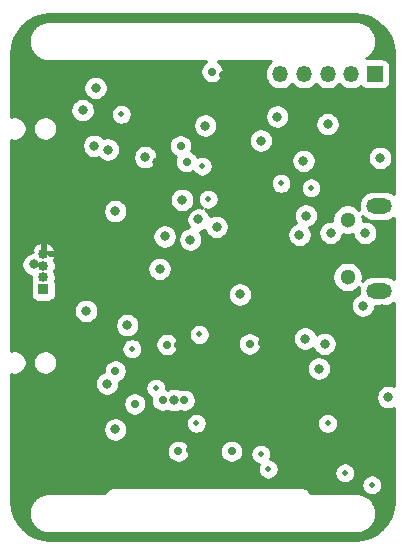
<source format=gbr>
%TF.GenerationSoftware,KiCad,Pcbnew,5.1.9-73d0e3b20d~88~ubuntu20.04.1*%
%TF.CreationDate,2021-02-04T03:58:01+01:00*%
%TF.ProjectId,MorphWatch-STM32,4d6f7270-6857-4617-9463-682d53544d33,rev?*%
%TF.SameCoordinates,Original*%
%TF.FileFunction,Copper,L3,Inr*%
%TF.FilePolarity,Positive*%
%FSLAX46Y46*%
G04 Gerber Fmt 4.6, Leading zero omitted, Abs format (unit mm)*
G04 Created by KiCad (PCBNEW 5.1.9-73d0e3b20d~88~ubuntu20.04.1) date 2021-02-04 03:58:01*
%MOMM*%
%LPD*%
G01*
G04 APERTURE LIST*
%TA.AperFunction,ComponentPad*%
%ADD10O,0.850000X0.850000*%
%TD*%
%TA.AperFunction,ComponentPad*%
%ADD11R,0.850000X0.850000*%
%TD*%
%TA.AperFunction,ComponentPad*%
%ADD12O,1.350000X1.350000*%
%TD*%
%TA.AperFunction,ComponentPad*%
%ADD13R,1.350000X1.350000*%
%TD*%
%TA.AperFunction,ComponentPad*%
%ADD14O,2.200000X1.300000*%
%TD*%
%TA.AperFunction,ComponentPad*%
%ADD15C,1.300000*%
%TD*%
%TA.AperFunction,ViaPad*%
%ADD16C,0.800000*%
%TD*%
%TA.AperFunction,ViaPad*%
%ADD17C,0.700000*%
%TD*%
%TA.AperFunction,ViaPad*%
%ADD18C,0.500000*%
%TD*%
%TA.AperFunction,Conductor*%
%ADD19C,0.254000*%
%TD*%
%TA.AperFunction,Conductor*%
%ADD20C,0.100000*%
%TD*%
G04 APERTURE END LIST*
D10*
%TO.N,+3V3*%
%TO.C,J3*%
X121539000Y-84249000D03*
%TO.N,GND*%
X121539000Y-85249000D03*
%TO.N,EXTSENSCL*%
X121539000Y-86249000D03*
D11*
%TO.N,EXTSENSDA*%
X121539000Y-87249000D03*
%TD*%
D12*
%TO.N,NRST*%
%TO.C,J5*%
X141606000Y-69024500D03*
%TO.N,GND*%
X143606000Y-69024500D03*
%TO.N,TraceSWO*%
X145606000Y-69024500D03*
%TO.N,SWCLK*%
X147606000Y-69024500D03*
D13*
%TO.N,swdebug*%
X149606000Y-69024500D03*
%TD*%
D14*
%TO.N,N/C*%
%TO.C,J1*%
X149982000Y-80190000D03*
X149982000Y-87390000D03*
D15*
X147312000Y-86215000D03*
X147312000Y-81365000D03*
%TD*%
D16*
%TO.N,*%
X150050500Y-76136500D03*
%TO.N,GND*%
X143562000Y-76390500D03*
X143764000Y-81026000D03*
X148780500Y-82486500D03*
X145859500Y-82486500D03*
X148590000Y-88646000D03*
X145351500Y-91884500D03*
X150749000Y-96393000D03*
D17*
X137477500Y-100965000D03*
X132969000Y-100965000D03*
X132016500Y-91948000D03*
X139001500Y-91884500D03*
D16*
X131381500Y-85534500D03*
X135255000Y-73406000D03*
X127000000Y-75438000D03*
X120713500Y-85153500D03*
X128651000Y-90297000D03*
D17*
X133477000Y-96647000D03*
X131635500Y-96647000D03*
D16*
X127635000Y-99123500D03*
D17*
X129286000Y-96964500D03*
X127635000Y-94170500D03*
D16*
X126936500Y-95250000D03*
X132588000Y-96647000D03*
D17*
X135826500Y-68834000D03*
D16*
X124878500Y-72098500D03*
X130175000Y-76073000D03*
D17*
X133667500Y-76454000D03*
D16*
%TO.N,+3V3*%
X127444500Y-77660500D03*
X131191000Y-76454000D03*
X150368000Y-91567000D03*
X150241000Y-88900000D03*
X150284500Y-90086500D03*
D17*
X133985000Y-100901500D03*
X132969000Y-91948000D03*
X140017500Y-91821000D03*
D16*
X123952000Y-69596000D03*
X128968500Y-70866000D03*
D17*
X136715500Y-69151500D03*
D16*
X138747500Y-71945500D03*
X143002000Y-79311500D03*
X121285000Y-91821000D03*
X127431500Y-78676500D03*
X122047000Y-100838000D03*
X121983500Y-101663500D03*
D18*
%TO.N,VBUS*%
X147066000Y-102806500D03*
X149352000Y-103822500D03*
D16*
X143700500Y-91440000D03*
X144875250Y-93980000D03*
D18*
%TO.N,MOSI*%
X134747000Y-91084400D03*
X134493000Y-98615500D03*
%TO.N,RESE*%
X131064000Y-95631000D03*
X139954000Y-101219000D03*
%TO.N,GDR*%
X129044458Y-92279168D03*
X140589000Y-102489000D03*
%TO.N,+BATT*%
X145605500Y-98615500D03*
X144208500Y-78676500D03*
D16*
%TO.N,Net-(JP1-Pad2)*%
X125970500Y-70217500D03*
X133286500Y-79692500D03*
%TO.N,BATT_STAT*%
X139954000Y-74676000D03*
D18*
X141668500Y-78295500D03*
%TO.N,imuSCL*%
X135001000Y-76835000D03*
D17*
X133159500Y-75120500D03*
D16*
%TO.N,BUT1*%
X125158500Y-89090500D03*
X138176000Y-87693500D03*
%TO.N,BUT2*%
X125857000Y-75120500D03*
X127635000Y-80645000D03*
D18*
%TO.N,INT*%
X135509000Y-79629000D03*
X128143000Y-72453500D03*
D16*
%TO.N,Wakeup*%
X143225490Y-82646490D03*
%TO.N,TXD*%
X136207500Y-81978500D03*
%TO.N,RXD*%
X133985000Y-83058000D03*
%TO.N,swdebug*%
X145605500Y-73279000D03*
%TO.N,TraceSWO*%
X141351000Y-72644000D03*
%TO.N,NRST*%
X131822337Y-82790264D03*
X134682502Y-81343500D03*
%TD*%
D19*
%TO.N,+3V3*%
X148548370Y-64035998D02*
X149162424Y-64221392D01*
X149728773Y-64522525D01*
X150225848Y-64927928D01*
X150634712Y-65422159D01*
X150939790Y-65986389D01*
X151129467Y-66599137D01*
X151200001Y-67270213D01*
X151200001Y-79157950D01*
X151149362Y-79116392D01*
X150926127Y-78997071D01*
X150683904Y-78923593D01*
X150495123Y-78905000D01*
X149468877Y-78905000D01*
X149280096Y-78923593D01*
X149037873Y-78997071D01*
X148814638Y-79116392D01*
X148618972Y-79276972D01*
X148458392Y-79472638D01*
X148339071Y-79695873D01*
X148265593Y-79938096D01*
X148240783Y-80190000D01*
X148265593Y-80441904D01*
X148291468Y-80527203D01*
X148131140Y-80366875D01*
X147920676Y-80226247D01*
X147686821Y-80129381D01*
X147438561Y-80080000D01*
X147185439Y-80080000D01*
X146937179Y-80129381D01*
X146703324Y-80226247D01*
X146492860Y-80366875D01*
X146313875Y-80545860D01*
X146173247Y-80756324D01*
X146076381Y-80990179D01*
X146027000Y-81238439D01*
X146027000Y-81464541D01*
X145961439Y-81451500D01*
X145757561Y-81451500D01*
X145557602Y-81491274D01*
X145369244Y-81569295D01*
X145199726Y-81682563D01*
X145055563Y-81826726D01*
X144942295Y-81996244D01*
X144864274Y-82184602D01*
X144824500Y-82384561D01*
X144824500Y-82588439D01*
X144864274Y-82788398D01*
X144942295Y-82976756D01*
X145055563Y-83146274D01*
X145199726Y-83290437D01*
X145369244Y-83403705D01*
X145557602Y-83481726D01*
X145757561Y-83521500D01*
X145961439Y-83521500D01*
X146161398Y-83481726D01*
X146349756Y-83403705D01*
X146519274Y-83290437D01*
X146663437Y-83146274D01*
X146776705Y-82976756D01*
X146854726Y-82788398D01*
X146894500Y-82588439D01*
X146894500Y-82582941D01*
X146937179Y-82600619D01*
X147185439Y-82650000D01*
X147438561Y-82650000D01*
X147686821Y-82600619D01*
X147745500Y-82576313D01*
X147745500Y-82588439D01*
X147785274Y-82788398D01*
X147863295Y-82976756D01*
X147976563Y-83146274D01*
X148120726Y-83290437D01*
X148290244Y-83403705D01*
X148478602Y-83481726D01*
X148678561Y-83521500D01*
X148882439Y-83521500D01*
X149082398Y-83481726D01*
X149270756Y-83403705D01*
X149440274Y-83290437D01*
X149584437Y-83146274D01*
X149697705Y-82976756D01*
X149775726Y-82788398D01*
X149815500Y-82588439D01*
X149815500Y-82384561D01*
X149775726Y-82184602D01*
X149697705Y-81996244D01*
X149584437Y-81826726D01*
X149440274Y-81682563D01*
X149270756Y-81569295D01*
X149082398Y-81491274D01*
X148882439Y-81451500D01*
X148678561Y-81451500D01*
X148597000Y-81467723D01*
X148597000Y-81238439D01*
X148554420Y-81024372D01*
X148618972Y-81103028D01*
X148814638Y-81263608D01*
X149037873Y-81382929D01*
X149280096Y-81456407D01*
X149468877Y-81475000D01*
X150495123Y-81475000D01*
X150683904Y-81456407D01*
X150926127Y-81382929D01*
X151149362Y-81263608D01*
X151200001Y-81222050D01*
X151200000Y-86357950D01*
X151149362Y-86316392D01*
X150926127Y-86197071D01*
X150683904Y-86123593D01*
X150495123Y-86105000D01*
X149468877Y-86105000D01*
X149280096Y-86123593D01*
X149037873Y-86197071D01*
X148814638Y-86316392D01*
X148618972Y-86476972D01*
X148554420Y-86555628D01*
X148597000Y-86341561D01*
X148597000Y-86088439D01*
X148547619Y-85840179D01*
X148450753Y-85606324D01*
X148310125Y-85395860D01*
X148131140Y-85216875D01*
X147920676Y-85076247D01*
X147686821Y-84979381D01*
X147438561Y-84930000D01*
X147185439Y-84930000D01*
X146937179Y-84979381D01*
X146703324Y-85076247D01*
X146492860Y-85216875D01*
X146313875Y-85395860D01*
X146173247Y-85606324D01*
X146076381Y-85840179D01*
X146027000Y-86088439D01*
X146027000Y-86341561D01*
X146076381Y-86589821D01*
X146173247Y-86823676D01*
X146313875Y-87034140D01*
X146492860Y-87213125D01*
X146703324Y-87353753D01*
X146937179Y-87450619D01*
X147185439Y-87500000D01*
X147438561Y-87500000D01*
X147686821Y-87450619D01*
X147920676Y-87353753D01*
X148131140Y-87213125D01*
X148291468Y-87052797D01*
X148265593Y-87138096D01*
X148240783Y-87390000D01*
X148265593Y-87641904D01*
X148270496Y-87658067D01*
X148099744Y-87728795D01*
X147930226Y-87842063D01*
X147786063Y-87986226D01*
X147672795Y-88155744D01*
X147594774Y-88344102D01*
X147555000Y-88544061D01*
X147555000Y-88747939D01*
X147594774Y-88947898D01*
X147672795Y-89136256D01*
X147786063Y-89305774D01*
X147930226Y-89449937D01*
X148099744Y-89563205D01*
X148288102Y-89641226D01*
X148488061Y-89681000D01*
X148691939Y-89681000D01*
X148891898Y-89641226D01*
X149080256Y-89563205D01*
X149249774Y-89449937D01*
X149393937Y-89305774D01*
X149507205Y-89136256D01*
X149585226Y-88947898D01*
X149625000Y-88747939D01*
X149625000Y-88675000D01*
X150495123Y-88675000D01*
X150683904Y-88656407D01*
X150926127Y-88582929D01*
X151149362Y-88463608D01*
X151200000Y-88422050D01*
X151200000Y-95459535D01*
X151050898Y-95397774D01*
X150850939Y-95358000D01*
X150647061Y-95358000D01*
X150447102Y-95397774D01*
X150258744Y-95475795D01*
X150089226Y-95589063D01*
X149945063Y-95733226D01*
X149831795Y-95902744D01*
X149753774Y-96091102D01*
X149714000Y-96291061D01*
X149714000Y-96494939D01*
X149753774Y-96694898D01*
X149831795Y-96883256D01*
X149945063Y-97052774D01*
X150089226Y-97196937D01*
X150258744Y-97310205D01*
X150447102Y-97388226D01*
X150647061Y-97428000D01*
X150850939Y-97428000D01*
X151050898Y-97388226D01*
X151200000Y-97326465D01*
X151200000Y-105185280D01*
X151134004Y-105858366D01*
X150948607Y-106472428D01*
X150647474Y-107038775D01*
X150242071Y-107535847D01*
X149747842Y-107944710D01*
X149183611Y-108249790D01*
X148570862Y-108439467D01*
X147899787Y-108510000D01*
X122144720Y-108510000D01*
X121471634Y-108444004D01*
X120857572Y-108258607D01*
X120291225Y-107957474D01*
X119794153Y-107552071D01*
X119385290Y-107057842D01*
X119080210Y-106493611D01*
X118996270Y-106222441D01*
X120300004Y-106222441D01*
X120300028Y-106229422D01*
X120303163Y-106260297D01*
X120302946Y-106291332D01*
X120303914Y-106301198D01*
X120324315Y-106495295D01*
X120337250Y-106558310D01*
X120349312Y-106621540D01*
X120352177Y-106631030D01*
X120409889Y-106817468D01*
X120434829Y-106876797D01*
X120458932Y-106936455D01*
X120463586Y-106945208D01*
X120556411Y-107116885D01*
X120592371Y-107170198D01*
X120627633Y-107224083D01*
X120633898Y-107231765D01*
X120758302Y-107382143D01*
X120803957Y-107427480D01*
X120848987Y-107473463D01*
X120856625Y-107479782D01*
X121007867Y-107603132D01*
X121061487Y-107638757D01*
X121114564Y-107675099D01*
X121123284Y-107679814D01*
X121295606Y-107771439D01*
X121355076Y-107795951D01*
X121414248Y-107821312D01*
X121423718Y-107824243D01*
X121610554Y-107880652D01*
X121673684Y-107893152D01*
X121736623Y-107906530D01*
X121746481Y-107907566D01*
X121940209Y-107926561D01*
X121975123Y-107930000D01*
X148044877Y-107930000D01*
X148075222Y-107927011D01*
X148081332Y-107927054D01*
X148091198Y-107926086D01*
X148285295Y-107905685D01*
X148348310Y-107892750D01*
X148411540Y-107880688D01*
X148421030Y-107877823D01*
X148607468Y-107820111D01*
X148666797Y-107795171D01*
X148726455Y-107771068D01*
X148735208Y-107766414D01*
X148906885Y-107673589D01*
X148960198Y-107637629D01*
X149014083Y-107602367D01*
X149021765Y-107596102D01*
X149172143Y-107471698D01*
X149217480Y-107426043D01*
X149263463Y-107381013D01*
X149269782Y-107373375D01*
X149393132Y-107222133D01*
X149428757Y-107168513D01*
X149465099Y-107115436D01*
X149469814Y-107106716D01*
X149561439Y-106934394D01*
X149585951Y-106874924D01*
X149611312Y-106815752D01*
X149614243Y-106806282D01*
X149670652Y-106619446D01*
X149683152Y-106556316D01*
X149696530Y-106493377D01*
X149697566Y-106483519D01*
X149716611Y-106289285D01*
X149716611Y-106258293D01*
X149719961Y-106227472D01*
X149719996Y-106217559D01*
X149719972Y-106210578D01*
X149716837Y-106179703D01*
X149717054Y-106148667D01*
X149716086Y-106138801D01*
X149695685Y-105944705D01*
X149682750Y-105881690D01*
X149670688Y-105818460D01*
X149667823Y-105808970D01*
X149610111Y-105622532D01*
X149585171Y-105563203D01*
X149561068Y-105503545D01*
X149556414Y-105494792D01*
X149463589Y-105323115D01*
X149427619Y-105269787D01*
X149392367Y-105215917D01*
X149386101Y-105208235D01*
X149261698Y-105057857D01*
X149216043Y-105012520D01*
X149171013Y-104966537D01*
X149163375Y-104960218D01*
X149012133Y-104836868D01*
X148958546Y-104801266D01*
X148905437Y-104764901D01*
X148896716Y-104760186D01*
X148724394Y-104668561D01*
X148664924Y-104644049D01*
X148605752Y-104618688D01*
X148596282Y-104615757D01*
X148409446Y-104559348D01*
X148346316Y-104546848D01*
X148283377Y-104533470D01*
X148273518Y-104532434D01*
X148079792Y-104513439D01*
X148044877Y-104510000D01*
X144138245Y-104510000D01*
X144119128Y-104446980D01*
X144053200Y-104323637D01*
X143964475Y-104215525D01*
X143856363Y-104126800D01*
X143733020Y-104060872D01*
X143599184Y-104020273D01*
X143494877Y-104010000D01*
X127425123Y-104010000D01*
X127320816Y-104020273D01*
X127186980Y-104060872D01*
X127063637Y-104126800D01*
X126955525Y-104215525D01*
X126866800Y-104323637D01*
X126800872Y-104446980D01*
X126781755Y-104510000D01*
X121975123Y-104510000D01*
X121944778Y-104512989D01*
X121938667Y-104512946D01*
X121928801Y-104513914D01*
X121734705Y-104534315D01*
X121671690Y-104547250D01*
X121608460Y-104559312D01*
X121598970Y-104562177D01*
X121412532Y-104619889D01*
X121353203Y-104644829D01*
X121293545Y-104668932D01*
X121284792Y-104673586D01*
X121113115Y-104766411D01*
X121059787Y-104802381D01*
X121005917Y-104837633D01*
X120998235Y-104843899D01*
X120847857Y-104968302D01*
X120802520Y-105013957D01*
X120756537Y-105058987D01*
X120750218Y-105066625D01*
X120626868Y-105217867D01*
X120591266Y-105271454D01*
X120554901Y-105324563D01*
X120550186Y-105333284D01*
X120458561Y-105505606D01*
X120434049Y-105565076D01*
X120408688Y-105624248D01*
X120405757Y-105633718D01*
X120349348Y-105820554D01*
X120336848Y-105883684D01*
X120323470Y-105946623D01*
X120322434Y-105956482D01*
X120303389Y-106150715D01*
X120303389Y-106181707D01*
X120300039Y-106212528D01*
X120300004Y-106222441D01*
X118996270Y-106222441D01*
X118890533Y-105880862D01*
X118820000Y-105209787D01*
X118820000Y-103735335D01*
X148467000Y-103735335D01*
X148467000Y-103909665D01*
X148501010Y-104080645D01*
X148567723Y-104241705D01*
X148664576Y-104386655D01*
X148787845Y-104509924D01*
X148932795Y-104606777D01*
X149093855Y-104673490D01*
X149264835Y-104707500D01*
X149439165Y-104707500D01*
X149610145Y-104673490D01*
X149771205Y-104606777D01*
X149916155Y-104509924D01*
X150039424Y-104386655D01*
X150136277Y-104241705D01*
X150202990Y-104080645D01*
X150237000Y-103909665D01*
X150237000Y-103735335D01*
X150202990Y-103564355D01*
X150136277Y-103403295D01*
X150039424Y-103258345D01*
X149916155Y-103135076D01*
X149771205Y-103038223D01*
X149610145Y-102971510D01*
X149439165Y-102937500D01*
X149264835Y-102937500D01*
X149093855Y-102971510D01*
X148932795Y-103038223D01*
X148787845Y-103135076D01*
X148664576Y-103258345D01*
X148567723Y-103403295D01*
X148501010Y-103564355D01*
X148467000Y-103735335D01*
X118820000Y-103735335D01*
X118820000Y-100867986D01*
X131984000Y-100867986D01*
X131984000Y-101062014D01*
X132021853Y-101252314D01*
X132096104Y-101431572D01*
X132203901Y-101592901D01*
X132341099Y-101730099D01*
X132502428Y-101837896D01*
X132681686Y-101912147D01*
X132871986Y-101950000D01*
X133066014Y-101950000D01*
X133256314Y-101912147D01*
X133435572Y-101837896D01*
X133596901Y-101730099D01*
X133734099Y-101592901D01*
X133841896Y-101431572D01*
X133916147Y-101252314D01*
X133954000Y-101062014D01*
X133954000Y-100867986D01*
X136492500Y-100867986D01*
X136492500Y-101062014D01*
X136530353Y-101252314D01*
X136604604Y-101431572D01*
X136712401Y-101592901D01*
X136849599Y-101730099D01*
X137010928Y-101837896D01*
X137190186Y-101912147D01*
X137380486Y-101950000D01*
X137574514Y-101950000D01*
X137764814Y-101912147D01*
X137944072Y-101837896D01*
X138105401Y-101730099D01*
X138242599Y-101592901D01*
X138350396Y-101431572D01*
X138424647Y-101252314D01*
X138448611Y-101131835D01*
X139069000Y-101131835D01*
X139069000Y-101306165D01*
X139103010Y-101477145D01*
X139169723Y-101638205D01*
X139266576Y-101783155D01*
X139389845Y-101906424D01*
X139534795Y-102003277D01*
X139695855Y-102069990D01*
X139796361Y-102089982D01*
X139738010Y-102230855D01*
X139704000Y-102401835D01*
X139704000Y-102576165D01*
X139738010Y-102747145D01*
X139804723Y-102908205D01*
X139901576Y-103053155D01*
X140024845Y-103176424D01*
X140169795Y-103273277D01*
X140330855Y-103339990D01*
X140501835Y-103374000D01*
X140676165Y-103374000D01*
X140847145Y-103339990D01*
X141008205Y-103273277D01*
X141153155Y-103176424D01*
X141276424Y-103053155D01*
X141373277Y-102908205D01*
X141439990Y-102747145D01*
X141445521Y-102719335D01*
X146181000Y-102719335D01*
X146181000Y-102893665D01*
X146215010Y-103064645D01*
X146281723Y-103225705D01*
X146378576Y-103370655D01*
X146501845Y-103493924D01*
X146646795Y-103590777D01*
X146807855Y-103657490D01*
X146978835Y-103691500D01*
X147153165Y-103691500D01*
X147324145Y-103657490D01*
X147485205Y-103590777D01*
X147630155Y-103493924D01*
X147753424Y-103370655D01*
X147850277Y-103225705D01*
X147916990Y-103064645D01*
X147951000Y-102893665D01*
X147951000Y-102719335D01*
X147916990Y-102548355D01*
X147850277Y-102387295D01*
X147753424Y-102242345D01*
X147630155Y-102119076D01*
X147485205Y-102022223D01*
X147324145Y-101955510D01*
X147153165Y-101921500D01*
X146978835Y-101921500D01*
X146807855Y-101955510D01*
X146646795Y-102022223D01*
X146501845Y-102119076D01*
X146378576Y-102242345D01*
X146281723Y-102387295D01*
X146215010Y-102548355D01*
X146181000Y-102719335D01*
X141445521Y-102719335D01*
X141474000Y-102576165D01*
X141474000Y-102401835D01*
X141439990Y-102230855D01*
X141373277Y-102069795D01*
X141276424Y-101924845D01*
X141153155Y-101801576D01*
X141008205Y-101704723D01*
X140847145Y-101638010D01*
X140746639Y-101618018D01*
X140804990Y-101477145D01*
X140839000Y-101306165D01*
X140839000Y-101131835D01*
X140804990Y-100960855D01*
X140738277Y-100799795D01*
X140641424Y-100654845D01*
X140518155Y-100531576D01*
X140373205Y-100434723D01*
X140212145Y-100368010D01*
X140041165Y-100334000D01*
X139866835Y-100334000D01*
X139695855Y-100368010D01*
X139534795Y-100434723D01*
X139389845Y-100531576D01*
X139266576Y-100654845D01*
X139169723Y-100799795D01*
X139103010Y-100960855D01*
X139069000Y-101131835D01*
X138448611Y-101131835D01*
X138462500Y-101062014D01*
X138462500Y-100867986D01*
X138424647Y-100677686D01*
X138350396Y-100498428D01*
X138242599Y-100337099D01*
X138105401Y-100199901D01*
X137944072Y-100092104D01*
X137764814Y-100017853D01*
X137574514Y-99980000D01*
X137380486Y-99980000D01*
X137190186Y-100017853D01*
X137010928Y-100092104D01*
X136849599Y-100199901D01*
X136712401Y-100337099D01*
X136604604Y-100498428D01*
X136530353Y-100677686D01*
X136492500Y-100867986D01*
X133954000Y-100867986D01*
X133916147Y-100677686D01*
X133841896Y-100498428D01*
X133734099Y-100337099D01*
X133596901Y-100199901D01*
X133435572Y-100092104D01*
X133256314Y-100017853D01*
X133066014Y-99980000D01*
X132871986Y-99980000D01*
X132681686Y-100017853D01*
X132502428Y-100092104D01*
X132341099Y-100199901D01*
X132203901Y-100337099D01*
X132096104Y-100498428D01*
X132021853Y-100677686D01*
X131984000Y-100867986D01*
X118820000Y-100867986D01*
X118820000Y-99021561D01*
X126600000Y-99021561D01*
X126600000Y-99225439D01*
X126639774Y-99425398D01*
X126717795Y-99613756D01*
X126831063Y-99783274D01*
X126975226Y-99927437D01*
X127144744Y-100040705D01*
X127333102Y-100118726D01*
X127533061Y-100158500D01*
X127736939Y-100158500D01*
X127936898Y-100118726D01*
X128125256Y-100040705D01*
X128294774Y-99927437D01*
X128438937Y-99783274D01*
X128552205Y-99613756D01*
X128630226Y-99425398D01*
X128670000Y-99225439D01*
X128670000Y-99021561D01*
X128630226Y-98821602D01*
X128552205Y-98633244D01*
X128482108Y-98528335D01*
X133608000Y-98528335D01*
X133608000Y-98702665D01*
X133642010Y-98873645D01*
X133708723Y-99034705D01*
X133805576Y-99179655D01*
X133928845Y-99302924D01*
X134073795Y-99399777D01*
X134234855Y-99466490D01*
X134405835Y-99500500D01*
X134580165Y-99500500D01*
X134751145Y-99466490D01*
X134912205Y-99399777D01*
X135057155Y-99302924D01*
X135180424Y-99179655D01*
X135277277Y-99034705D01*
X135343990Y-98873645D01*
X135378000Y-98702665D01*
X135378000Y-98528335D01*
X144720500Y-98528335D01*
X144720500Y-98702665D01*
X144754510Y-98873645D01*
X144821223Y-99034705D01*
X144918076Y-99179655D01*
X145041345Y-99302924D01*
X145186295Y-99399777D01*
X145347355Y-99466490D01*
X145518335Y-99500500D01*
X145692665Y-99500500D01*
X145863645Y-99466490D01*
X146024705Y-99399777D01*
X146169655Y-99302924D01*
X146292924Y-99179655D01*
X146389777Y-99034705D01*
X146456490Y-98873645D01*
X146490500Y-98702665D01*
X146490500Y-98528335D01*
X146456490Y-98357355D01*
X146389777Y-98196295D01*
X146292924Y-98051345D01*
X146169655Y-97928076D01*
X146024705Y-97831223D01*
X145863645Y-97764510D01*
X145692665Y-97730500D01*
X145518335Y-97730500D01*
X145347355Y-97764510D01*
X145186295Y-97831223D01*
X145041345Y-97928076D01*
X144918076Y-98051345D01*
X144821223Y-98196295D01*
X144754510Y-98357355D01*
X144720500Y-98528335D01*
X135378000Y-98528335D01*
X135343990Y-98357355D01*
X135277277Y-98196295D01*
X135180424Y-98051345D01*
X135057155Y-97928076D01*
X134912205Y-97831223D01*
X134751145Y-97764510D01*
X134580165Y-97730500D01*
X134405835Y-97730500D01*
X134234855Y-97764510D01*
X134073795Y-97831223D01*
X133928845Y-97928076D01*
X133805576Y-98051345D01*
X133708723Y-98196295D01*
X133642010Y-98357355D01*
X133608000Y-98528335D01*
X128482108Y-98528335D01*
X128438937Y-98463726D01*
X128294774Y-98319563D01*
X128125256Y-98206295D01*
X127936898Y-98128274D01*
X127736939Y-98088500D01*
X127533061Y-98088500D01*
X127333102Y-98128274D01*
X127144744Y-98206295D01*
X126975226Y-98319563D01*
X126831063Y-98463726D01*
X126717795Y-98633244D01*
X126639774Y-98821602D01*
X126600000Y-99021561D01*
X118820000Y-99021561D01*
X118820000Y-96867486D01*
X128301000Y-96867486D01*
X128301000Y-97061514D01*
X128338853Y-97251814D01*
X128413104Y-97431072D01*
X128520901Y-97592401D01*
X128658099Y-97729599D01*
X128819428Y-97837396D01*
X128998686Y-97911647D01*
X129188986Y-97949500D01*
X129383014Y-97949500D01*
X129573314Y-97911647D01*
X129752572Y-97837396D01*
X129913901Y-97729599D01*
X130051099Y-97592401D01*
X130158896Y-97431072D01*
X130233147Y-97251814D01*
X130271000Y-97061514D01*
X130271000Y-96867486D01*
X130233147Y-96677186D01*
X130158896Y-96497928D01*
X130051099Y-96336599D01*
X129913901Y-96199401D01*
X129752572Y-96091604D01*
X129573314Y-96017353D01*
X129383014Y-95979500D01*
X129188986Y-95979500D01*
X128998686Y-96017353D01*
X128819428Y-96091604D01*
X128658099Y-96199401D01*
X128520901Y-96336599D01*
X128413104Y-96497928D01*
X128338853Y-96677186D01*
X128301000Y-96867486D01*
X118820000Y-96867486D01*
X118820000Y-95148061D01*
X125901500Y-95148061D01*
X125901500Y-95351939D01*
X125941274Y-95551898D01*
X126019295Y-95740256D01*
X126132563Y-95909774D01*
X126276726Y-96053937D01*
X126446244Y-96167205D01*
X126634602Y-96245226D01*
X126834561Y-96285000D01*
X127038439Y-96285000D01*
X127238398Y-96245226D01*
X127426756Y-96167205D01*
X127596274Y-96053937D01*
X127740437Y-95909774D01*
X127853705Y-95740256D01*
X127931726Y-95551898D01*
X127933329Y-95543835D01*
X130179000Y-95543835D01*
X130179000Y-95718165D01*
X130213010Y-95889145D01*
X130279723Y-96050205D01*
X130376576Y-96195155D01*
X130499845Y-96318424D01*
X130644795Y-96415277D01*
X130674821Y-96427714D01*
X130650500Y-96549986D01*
X130650500Y-96744014D01*
X130688353Y-96934314D01*
X130762604Y-97113572D01*
X130870401Y-97274901D01*
X131007599Y-97412099D01*
X131168928Y-97519896D01*
X131348186Y-97594147D01*
X131538486Y-97632000D01*
X131732514Y-97632000D01*
X131922814Y-97594147D01*
X132058464Y-97537959D01*
X132097744Y-97564205D01*
X132286102Y-97642226D01*
X132486061Y-97682000D01*
X132689939Y-97682000D01*
X132889898Y-97642226D01*
X133078256Y-97564205D01*
X133093236Y-97554196D01*
X133189686Y-97594147D01*
X133379986Y-97632000D01*
X133574014Y-97632000D01*
X133764314Y-97594147D01*
X133943572Y-97519896D01*
X134104901Y-97412099D01*
X134242099Y-97274901D01*
X134349896Y-97113572D01*
X134424147Y-96934314D01*
X134462000Y-96744014D01*
X134462000Y-96549986D01*
X134424147Y-96359686D01*
X134349896Y-96180428D01*
X134242099Y-96019099D01*
X134104901Y-95881901D01*
X133943572Y-95774104D01*
X133764314Y-95699853D01*
X133574014Y-95662000D01*
X133379986Y-95662000D01*
X133189686Y-95699853D01*
X133093236Y-95739804D01*
X133078256Y-95729795D01*
X132889898Y-95651774D01*
X132689939Y-95612000D01*
X132486061Y-95612000D01*
X132286102Y-95651774D01*
X132097744Y-95729795D01*
X132058464Y-95756041D01*
X131949000Y-95710700D01*
X131949000Y-95543835D01*
X131914990Y-95372855D01*
X131848277Y-95211795D01*
X131751424Y-95066845D01*
X131628155Y-94943576D01*
X131483205Y-94846723D01*
X131322145Y-94780010D01*
X131151165Y-94746000D01*
X130976835Y-94746000D01*
X130805855Y-94780010D01*
X130644795Y-94846723D01*
X130499845Y-94943576D01*
X130376576Y-95066845D01*
X130279723Y-95211795D01*
X130213010Y-95372855D01*
X130179000Y-95543835D01*
X127933329Y-95543835D01*
X127971500Y-95351939D01*
X127971500Y-95148061D01*
X127962167Y-95101139D01*
X128101572Y-95043396D01*
X128262901Y-94935599D01*
X128400099Y-94798401D01*
X128507896Y-94637072D01*
X128582147Y-94457814D01*
X128620000Y-94267514D01*
X128620000Y-94073486D01*
X128582147Y-93883186D01*
X128580025Y-93878061D01*
X143840250Y-93878061D01*
X143840250Y-94081939D01*
X143880024Y-94281898D01*
X143958045Y-94470256D01*
X144071313Y-94639774D01*
X144215476Y-94783937D01*
X144384994Y-94897205D01*
X144573352Y-94975226D01*
X144773311Y-95015000D01*
X144977189Y-95015000D01*
X145177148Y-94975226D01*
X145365506Y-94897205D01*
X145535024Y-94783937D01*
X145679187Y-94639774D01*
X145792455Y-94470256D01*
X145870476Y-94281898D01*
X145910250Y-94081939D01*
X145910250Y-93878061D01*
X145870476Y-93678102D01*
X145792455Y-93489744D01*
X145679187Y-93320226D01*
X145535024Y-93176063D01*
X145365506Y-93062795D01*
X145177148Y-92984774D01*
X144977189Y-92945000D01*
X144773311Y-92945000D01*
X144573352Y-92984774D01*
X144384994Y-93062795D01*
X144215476Y-93176063D01*
X144071313Y-93320226D01*
X143958045Y-93489744D01*
X143880024Y-93678102D01*
X143840250Y-93878061D01*
X128580025Y-93878061D01*
X128507896Y-93703928D01*
X128400099Y-93542599D01*
X128262901Y-93405401D01*
X128101572Y-93297604D01*
X127922314Y-93223353D01*
X127732014Y-93185500D01*
X127537986Y-93185500D01*
X127347686Y-93223353D01*
X127168428Y-93297604D01*
X127007099Y-93405401D01*
X126869901Y-93542599D01*
X126762104Y-93703928D01*
X126687853Y-93883186D01*
X126650000Y-94073486D01*
X126650000Y-94251711D01*
X126634602Y-94254774D01*
X126446244Y-94332795D01*
X126276726Y-94446063D01*
X126132563Y-94590226D01*
X126019295Y-94759744D01*
X125941274Y-94948102D01*
X125901500Y-95148061D01*
X118820000Y-95148061D01*
X118820000Y-94472377D01*
X118994061Y-94507000D01*
X119197939Y-94507000D01*
X119397898Y-94467226D01*
X119586256Y-94389205D01*
X119755774Y-94275937D01*
X119899937Y-94131774D01*
X120013205Y-93962256D01*
X120091226Y-93773898D01*
X120131000Y-93573939D01*
X120131000Y-93370061D01*
X120661000Y-93370061D01*
X120661000Y-93573939D01*
X120700774Y-93773898D01*
X120778795Y-93962256D01*
X120892063Y-94131774D01*
X121036226Y-94275937D01*
X121205744Y-94389205D01*
X121394102Y-94467226D01*
X121594061Y-94507000D01*
X121797939Y-94507000D01*
X121997898Y-94467226D01*
X122186256Y-94389205D01*
X122355774Y-94275937D01*
X122499937Y-94131774D01*
X122613205Y-93962256D01*
X122691226Y-93773898D01*
X122731000Y-93573939D01*
X122731000Y-93370061D01*
X122691226Y-93170102D01*
X122613205Y-92981744D01*
X122499937Y-92812226D01*
X122355774Y-92668063D01*
X122186256Y-92554795D01*
X121997898Y-92476774D01*
X121797939Y-92437000D01*
X121594061Y-92437000D01*
X121394102Y-92476774D01*
X121205744Y-92554795D01*
X121036226Y-92668063D01*
X120892063Y-92812226D01*
X120778795Y-92981744D01*
X120700774Y-93170102D01*
X120661000Y-93370061D01*
X120131000Y-93370061D01*
X120091226Y-93170102D01*
X120013205Y-92981744D01*
X119899937Y-92812226D01*
X119755774Y-92668063D01*
X119586256Y-92554795D01*
X119397898Y-92476774D01*
X119197939Y-92437000D01*
X118994061Y-92437000D01*
X118820000Y-92471623D01*
X118820000Y-92192003D01*
X128159458Y-92192003D01*
X128159458Y-92366333D01*
X128193468Y-92537313D01*
X128260181Y-92698373D01*
X128357034Y-92843323D01*
X128480303Y-92966592D01*
X128625253Y-93063445D01*
X128786313Y-93130158D01*
X128957293Y-93164168D01*
X129131623Y-93164168D01*
X129302603Y-93130158D01*
X129463663Y-93063445D01*
X129608613Y-92966592D01*
X129731882Y-92843323D01*
X129828735Y-92698373D01*
X129895448Y-92537313D01*
X129929458Y-92366333D01*
X129929458Y-92192003D01*
X129895448Y-92021023D01*
X129828735Y-91859963D01*
X129822737Y-91850986D01*
X131031500Y-91850986D01*
X131031500Y-92045014D01*
X131069353Y-92235314D01*
X131143604Y-92414572D01*
X131251401Y-92575901D01*
X131388599Y-92713099D01*
X131549928Y-92820896D01*
X131729186Y-92895147D01*
X131919486Y-92933000D01*
X132113514Y-92933000D01*
X132303814Y-92895147D01*
X132483072Y-92820896D01*
X132644401Y-92713099D01*
X132781599Y-92575901D01*
X132889396Y-92414572D01*
X132963647Y-92235314D01*
X133001500Y-92045014D01*
X133001500Y-91850986D01*
X132963647Y-91660686D01*
X132889396Y-91481428D01*
X132781599Y-91320099D01*
X132644401Y-91182901D01*
X132483072Y-91075104D01*
X132303814Y-91000853D01*
X132285626Y-90997235D01*
X133862000Y-90997235D01*
X133862000Y-91171565D01*
X133896010Y-91342545D01*
X133962723Y-91503605D01*
X134059576Y-91648555D01*
X134182845Y-91771824D01*
X134327795Y-91868677D01*
X134488855Y-91935390D01*
X134659835Y-91969400D01*
X134834165Y-91969400D01*
X135005145Y-91935390D01*
X135166205Y-91868677D01*
X135287715Y-91787486D01*
X138016500Y-91787486D01*
X138016500Y-91981514D01*
X138054353Y-92171814D01*
X138128604Y-92351072D01*
X138236401Y-92512401D01*
X138373599Y-92649599D01*
X138534928Y-92757396D01*
X138714186Y-92831647D01*
X138904486Y-92869500D01*
X139098514Y-92869500D01*
X139288814Y-92831647D01*
X139468072Y-92757396D01*
X139629401Y-92649599D01*
X139766599Y-92512401D01*
X139874396Y-92351072D01*
X139948647Y-92171814D01*
X139986500Y-91981514D01*
X139986500Y-91787486D01*
X139948647Y-91597186D01*
X139874396Y-91417928D01*
X139821031Y-91338061D01*
X142665500Y-91338061D01*
X142665500Y-91541939D01*
X142705274Y-91741898D01*
X142783295Y-91930256D01*
X142896563Y-92099774D01*
X143040726Y-92243937D01*
X143210244Y-92357205D01*
X143398602Y-92435226D01*
X143598561Y-92475000D01*
X143802439Y-92475000D01*
X144002398Y-92435226D01*
X144190756Y-92357205D01*
X144360274Y-92243937D01*
X144374298Y-92229913D01*
X144434295Y-92374756D01*
X144547563Y-92544274D01*
X144691726Y-92688437D01*
X144861244Y-92801705D01*
X145049602Y-92879726D01*
X145249561Y-92919500D01*
X145453439Y-92919500D01*
X145653398Y-92879726D01*
X145841756Y-92801705D01*
X146011274Y-92688437D01*
X146155437Y-92544274D01*
X146268705Y-92374756D01*
X146346726Y-92186398D01*
X146386500Y-91986439D01*
X146386500Y-91782561D01*
X146346726Y-91582602D01*
X146268705Y-91394244D01*
X146155437Y-91224726D01*
X146011274Y-91080563D01*
X145841756Y-90967295D01*
X145653398Y-90889274D01*
X145453439Y-90849500D01*
X145249561Y-90849500D01*
X145049602Y-90889274D01*
X144861244Y-90967295D01*
X144691726Y-91080563D01*
X144677702Y-91094587D01*
X144617705Y-90949744D01*
X144504437Y-90780226D01*
X144360274Y-90636063D01*
X144190756Y-90522795D01*
X144002398Y-90444774D01*
X143802439Y-90405000D01*
X143598561Y-90405000D01*
X143398602Y-90444774D01*
X143210244Y-90522795D01*
X143040726Y-90636063D01*
X142896563Y-90780226D01*
X142783295Y-90949744D01*
X142705274Y-91138102D01*
X142665500Y-91338061D01*
X139821031Y-91338061D01*
X139766599Y-91256599D01*
X139629401Y-91119401D01*
X139468072Y-91011604D01*
X139288814Y-90937353D01*
X139098514Y-90899500D01*
X138904486Y-90899500D01*
X138714186Y-90937353D01*
X138534928Y-91011604D01*
X138373599Y-91119401D01*
X138236401Y-91256599D01*
X138128604Y-91417928D01*
X138054353Y-91597186D01*
X138016500Y-91787486D01*
X135287715Y-91787486D01*
X135311155Y-91771824D01*
X135434424Y-91648555D01*
X135531277Y-91503605D01*
X135597990Y-91342545D01*
X135632000Y-91171565D01*
X135632000Y-90997235D01*
X135597990Y-90826255D01*
X135531277Y-90665195D01*
X135434424Y-90520245D01*
X135311155Y-90396976D01*
X135166205Y-90300123D01*
X135005145Y-90233410D01*
X134834165Y-90199400D01*
X134659835Y-90199400D01*
X134488855Y-90233410D01*
X134327795Y-90300123D01*
X134182845Y-90396976D01*
X134059576Y-90520245D01*
X133962723Y-90665195D01*
X133896010Y-90826255D01*
X133862000Y-90997235D01*
X132285626Y-90997235D01*
X132113514Y-90963000D01*
X131919486Y-90963000D01*
X131729186Y-91000853D01*
X131549928Y-91075104D01*
X131388599Y-91182901D01*
X131251401Y-91320099D01*
X131143604Y-91481428D01*
X131069353Y-91660686D01*
X131031500Y-91850986D01*
X129822737Y-91850986D01*
X129731882Y-91715013D01*
X129608613Y-91591744D01*
X129463663Y-91494891D01*
X129302603Y-91428178D01*
X129131623Y-91394168D01*
X128957293Y-91394168D01*
X128786313Y-91428178D01*
X128625253Y-91494891D01*
X128480303Y-91591744D01*
X128357034Y-91715013D01*
X128260181Y-91859963D01*
X128193468Y-92021023D01*
X128159458Y-92192003D01*
X118820000Y-92192003D01*
X118820000Y-90195061D01*
X127616000Y-90195061D01*
X127616000Y-90398939D01*
X127655774Y-90598898D01*
X127733795Y-90787256D01*
X127847063Y-90956774D01*
X127991226Y-91100937D01*
X128160744Y-91214205D01*
X128349102Y-91292226D01*
X128549061Y-91332000D01*
X128752939Y-91332000D01*
X128952898Y-91292226D01*
X129141256Y-91214205D01*
X129310774Y-91100937D01*
X129454937Y-90956774D01*
X129568205Y-90787256D01*
X129646226Y-90598898D01*
X129686000Y-90398939D01*
X129686000Y-90195061D01*
X129646226Y-89995102D01*
X129568205Y-89806744D01*
X129454937Y-89637226D01*
X129310774Y-89493063D01*
X129141256Y-89379795D01*
X128952898Y-89301774D01*
X128752939Y-89262000D01*
X128549061Y-89262000D01*
X128349102Y-89301774D01*
X128160744Y-89379795D01*
X127991226Y-89493063D01*
X127847063Y-89637226D01*
X127733795Y-89806744D01*
X127655774Y-89995102D01*
X127616000Y-90195061D01*
X118820000Y-90195061D01*
X118820000Y-88988561D01*
X124123500Y-88988561D01*
X124123500Y-89192439D01*
X124163274Y-89392398D01*
X124241295Y-89580756D01*
X124354563Y-89750274D01*
X124498726Y-89894437D01*
X124668244Y-90007705D01*
X124856602Y-90085726D01*
X125056561Y-90125500D01*
X125260439Y-90125500D01*
X125460398Y-90085726D01*
X125648756Y-90007705D01*
X125818274Y-89894437D01*
X125962437Y-89750274D01*
X126075705Y-89580756D01*
X126153726Y-89392398D01*
X126193500Y-89192439D01*
X126193500Y-88988561D01*
X126153726Y-88788602D01*
X126075705Y-88600244D01*
X125962437Y-88430726D01*
X125818274Y-88286563D01*
X125648756Y-88173295D01*
X125460398Y-88095274D01*
X125260439Y-88055500D01*
X125056561Y-88055500D01*
X124856602Y-88095274D01*
X124668244Y-88173295D01*
X124498726Y-88286563D01*
X124354563Y-88430726D01*
X124241295Y-88600244D01*
X124163274Y-88788602D01*
X124123500Y-88988561D01*
X118820000Y-88988561D01*
X118820000Y-85051561D01*
X119678500Y-85051561D01*
X119678500Y-85255439D01*
X119718274Y-85455398D01*
X119796295Y-85643756D01*
X119909563Y-85813274D01*
X120053726Y-85957437D01*
X120223244Y-86070705D01*
X120411602Y-86148726D01*
X120479000Y-86162132D01*
X120479000Y-86353401D01*
X120519735Y-86558191D01*
X120526862Y-86575397D01*
X120524498Y-86579820D01*
X120488188Y-86699518D01*
X120475928Y-86824000D01*
X120475928Y-87674000D01*
X120488188Y-87798482D01*
X120524498Y-87918180D01*
X120583463Y-88028494D01*
X120662815Y-88125185D01*
X120759506Y-88204537D01*
X120869820Y-88263502D01*
X120989518Y-88299812D01*
X121114000Y-88312072D01*
X121964000Y-88312072D01*
X122088482Y-88299812D01*
X122208180Y-88263502D01*
X122318494Y-88204537D01*
X122415185Y-88125185D01*
X122494537Y-88028494D01*
X122553502Y-87918180D01*
X122589812Y-87798482D01*
X122602072Y-87674000D01*
X122602072Y-87591561D01*
X137141000Y-87591561D01*
X137141000Y-87795439D01*
X137180774Y-87995398D01*
X137258795Y-88183756D01*
X137372063Y-88353274D01*
X137516226Y-88497437D01*
X137685744Y-88610705D01*
X137874102Y-88688726D01*
X138074061Y-88728500D01*
X138277939Y-88728500D01*
X138477898Y-88688726D01*
X138666256Y-88610705D01*
X138835774Y-88497437D01*
X138979937Y-88353274D01*
X139093205Y-88183756D01*
X139171226Y-87995398D01*
X139211000Y-87795439D01*
X139211000Y-87591561D01*
X139171226Y-87391602D01*
X139093205Y-87203244D01*
X138979937Y-87033726D01*
X138835774Y-86889563D01*
X138666256Y-86776295D01*
X138477898Y-86698274D01*
X138277939Y-86658500D01*
X138074061Y-86658500D01*
X137874102Y-86698274D01*
X137685744Y-86776295D01*
X137516226Y-86889563D01*
X137372063Y-87033726D01*
X137258795Y-87203244D01*
X137180774Y-87391602D01*
X137141000Y-87591561D01*
X122602072Y-87591561D01*
X122602072Y-86824000D01*
X122589812Y-86699518D01*
X122553502Y-86579820D01*
X122551138Y-86575397D01*
X122558265Y-86558191D01*
X122599000Y-86353401D01*
X122599000Y-86144599D01*
X122558265Y-85939809D01*
X122479229Y-85749000D01*
X122558265Y-85558191D01*
X122583254Y-85432561D01*
X130346500Y-85432561D01*
X130346500Y-85636439D01*
X130386274Y-85836398D01*
X130464295Y-86024756D01*
X130577563Y-86194274D01*
X130721726Y-86338437D01*
X130891244Y-86451705D01*
X131079602Y-86529726D01*
X131279561Y-86569500D01*
X131483439Y-86569500D01*
X131683398Y-86529726D01*
X131871756Y-86451705D01*
X132041274Y-86338437D01*
X132185437Y-86194274D01*
X132298705Y-86024756D01*
X132376726Y-85836398D01*
X132416500Y-85636439D01*
X132416500Y-85432561D01*
X132376726Y-85232602D01*
X132298705Y-85044244D01*
X132185437Y-84874726D01*
X132041274Y-84730563D01*
X131871756Y-84617295D01*
X131683398Y-84539274D01*
X131483439Y-84499500D01*
X131279561Y-84499500D01*
X131079602Y-84539274D01*
X130891244Y-84617295D01*
X130721726Y-84730563D01*
X130577563Y-84874726D01*
X130464295Y-85044244D01*
X130386274Y-85232602D01*
X130346500Y-85432561D01*
X122583254Y-85432561D01*
X122599000Y-85353401D01*
X122599000Y-85144599D01*
X122558265Y-84939809D01*
X122478360Y-84746902D01*
X122475006Y-84741882D01*
X122547872Y-84574250D01*
X122558540Y-84539062D01*
X122431257Y-84376000D01*
X122140413Y-84376000D01*
X122041098Y-84309640D01*
X121848191Y-84229735D01*
X121643401Y-84189000D01*
X121434599Y-84189000D01*
X121392000Y-84197473D01*
X121392000Y-84122000D01*
X121412000Y-84122000D01*
X121412000Y-83355379D01*
X121666000Y-83355379D01*
X121666000Y-84122000D01*
X122431257Y-84122000D01*
X122558540Y-83958938D01*
X122547872Y-83923750D01*
X122465034Y-83733178D01*
X122346609Y-83562429D01*
X122197148Y-83418064D01*
X122022394Y-83305632D01*
X121829064Y-83229453D01*
X121666000Y-83355379D01*
X121412000Y-83355379D01*
X121248936Y-83229453D01*
X121055606Y-83305632D01*
X120880852Y-83418064D01*
X120731391Y-83562429D01*
X120612966Y-83733178D01*
X120530128Y-83923750D01*
X120519460Y-83958938D01*
X120644011Y-84118500D01*
X120611561Y-84118500D01*
X120593975Y-84121998D01*
X120479000Y-84121998D01*
X120479000Y-84144868D01*
X120411602Y-84158274D01*
X120223244Y-84236295D01*
X120053726Y-84349563D01*
X119909563Y-84493726D01*
X119796295Y-84663244D01*
X119718274Y-84851602D01*
X119678500Y-85051561D01*
X118820000Y-85051561D01*
X118820000Y-82688325D01*
X130787337Y-82688325D01*
X130787337Y-82892203D01*
X130827111Y-83092162D01*
X130905132Y-83280520D01*
X131018400Y-83450038D01*
X131162563Y-83594201D01*
X131332081Y-83707469D01*
X131520439Y-83785490D01*
X131720398Y-83825264D01*
X131924276Y-83825264D01*
X132124235Y-83785490D01*
X132312593Y-83707469D01*
X132482111Y-83594201D01*
X132626274Y-83450038D01*
X132739542Y-83280520D01*
X132817563Y-83092162D01*
X132844634Y-82956061D01*
X132950000Y-82956061D01*
X132950000Y-83159939D01*
X132989774Y-83359898D01*
X133067795Y-83548256D01*
X133181063Y-83717774D01*
X133325226Y-83861937D01*
X133494744Y-83975205D01*
X133683102Y-84053226D01*
X133883061Y-84093000D01*
X134086939Y-84093000D01*
X134286898Y-84053226D01*
X134475256Y-83975205D01*
X134644774Y-83861937D01*
X134788937Y-83717774D01*
X134902205Y-83548256D01*
X134980226Y-83359898D01*
X135020000Y-83159939D01*
X135020000Y-82956061D01*
X134980226Y-82756102D01*
X134902205Y-82567744D01*
X134788937Y-82398226D01*
X134769211Y-82378500D01*
X134784441Y-82378500D01*
X134984400Y-82338726D01*
X135172758Y-82260705D01*
X135204181Y-82239709D01*
X135212274Y-82280398D01*
X135290295Y-82468756D01*
X135403563Y-82638274D01*
X135547726Y-82782437D01*
X135717244Y-82895705D01*
X135905602Y-82973726D01*
X136105561Y-83013500D01*
X136309439Y-83013500D01*
X136509398Y-82973726D01*
X136697756Y-82895705D01*
X136867274Y-82782437D01*
X137011437Y-82638274D01*
X137074060Y-82544551D01*
X142190490Y-82544551D01*
X142190490Y-82748429D01*
X142230264Y-82948388D01*
X142308285Y-83136746D01*
X142421553Y-83306264D01*
X142565716Y-83450427D01*
X142735234Y-83563695D01*
X142923592Y-83641716D01*
X143123551Y-83681490D01*
X143327429Y-83681490D01*
X143527388Y-83641716D01*
X143715746Y-83563695D01*
X143885264Y-83450427D01*
X144029427Y-83306264D01*
X144142695Y-83136746D01*
X144220716Y-82948388D01*
X144260490Y-82748429D01*
X144260490Y-82544551D01*
X144220716Y-82344592D01*
X144142695Y-82156234D01*
X144054059Y-82023581D01*
X144065898Y-82021226D01*
X144254256Y-81943205D01*
X144423774Y-81829937D01*
X144567937Y-81685774D01*
X144681205Y-81516256D01*
X144759226Y-81327898D01*
X144799000Y-81127939D01*
X144799000Y-80924061D01*
X144759226Y-80724102D01*
X144681205Y-80535744D01*
X144567937Y-80366226D01*
X144423774Y-80222063D01*
X144254256Y-80108795D01*
X144065898Y-80030774D01*
X143865939Y-79991000D01*
X143662061Y-79991000D01*
X143462102Y-80030774D01*
X143273744Y-80108795D01*
X143104226Y-80222063D01*
X142960063Y-80366226D01*
X142846795Y-80535744D01*
X142768774Y-80724102D01*
X142729000Y-80924061D01*
X142729000Y-81127939D01*
X142768774Y-81327898D01*
X142846795Y-81516256D01*
X142935431Y-81648909D01*
X142923592Y-81651264D01*
X142735234Y-81729285D01*
X142565716Y-81842553D01*
X142421553Y-81986716D01*
X142308285Y-82156234D01*
X142230264Y-82344592D01*
X142190490Y-82544551D01*
X137074060Y-82544551D01*
X137124705Y-82468756D01*
X137202726Y-82280398D01*
X137242500Y-82080439D01*
X137242500Y-81876561D01*
X137202726Y-81676602D01*
X137124705Y-81488244D01*
X137011437Y-81318726D01*
X136867274Y-81174563D01*
X136697756Y-81061295D01*
X136509398Y-80983274D01*
X136309439Y-80943500D01*
X136105561Y-80943500D01*
X135905602Y-80983274D01*
X135717244Y-81061295D01*
X135685821Y-81082291D01*
X135677728Y-81041602D01*
X135599707Y-80853244D01*
X135486439Y-80683726D01*
X135342276Y-80539563D01*
X135254078Y-80480631D01*
X135421835Y-80514000D01*
X135596165Y-80514000D01*
X135767145Y-80479990D01*
X135928205Y-80413277D01*
X136073155Y-80316424D01*
X136196424Y-80193155D01*
X136293277Y-80048205D01*
X136359990Y-79887145D01*
X136394000Y-79716165D01*
X136394000Y-79541835D01*
X136359990Y-79370855D01*
X136293277Y-79209795D01*
X136196424Y-79064845D01*
X136073155Y-78941576D01*
X135928205Y-78844723D01*
X135767145Y-78778010D01*
X135596165Y-78744000D01*
X135421835Y-78744000D01*
X135250855Y-78778010D01*
X135089795Y-78844723D01*
X134944845Y-78941576D01*
X134821576Y-79064845D01*
X134724723Y-79209795D01*
X134658010Y-79370855D01*
X134624000Y-79541835D01*
X134624000Y-79716165D01*
X134658010Y-79887145D01*
X134724723Y-80048205D01*
X134821576Y-80193155D01*
X134944845Y-80316424D01*
X135005742Y-80357114D01*
X134984400Y-80348274D01*
X134784441Y-80308500D01*
X134580563Y-80308500D01*
X134380604Y-80348274D01*
X134192246Y-80426295D01*
X134022728Y-80539563D01*
X133878565Y-80683726D01*
X133765297Y-80853244D01*
X133687276Y-81041602D01*
X133647502Y-81241561D01*
X133647502Y-81445439D01*
X133687276Y-81645398D01*
X133765297Y-81833756D01*
X133878565Y-82003274D01*
X133898291Y-82023000D01*
X133883061Y-82023000D01*
X133683102Y-82062774D01*
X133494744Y-82140795D01*
X133325226Y-82254063D01*
X133181063Y-82398226D01*
X133067795Y-82567744D01*
X132989774Y-82756102D01*
X132950000Y-82956061D01*
X132844634Y-82956061D01*
X132857337Y-82892203D01*
X132857337Y-82688325D01*
X132817563Y-82488366D01*
X132739542Y-82300008D01*
X132626274Y-82130490D01*
X132482111Y-81986327D01*
X132312593Y-81873059D01*
X132124235Y-81795038D01*
X131924276Y-81755264D01*
X131720398Y-81755264D01*
X131520439Y-81795038D01*
X131332081Y-81873059D01*
X131162563Y-81986327D01*
X131018400Y-82130490D01*
X130905132Y-82300008D01*
X130827111Y-82488366D01*
X130787337Y-82688325D01*
X118820000Y-82688325D01*
X118820000Y-80543061D01*
X126600000Y-80543061D01*
X126600000Y-80746939D01*
X126639774Y-80946898D01*
X126717795Y-81135256D01*
X126831063Y-81304774D01*
X126975226Y-81448937D01*
X127144744Y-81562205D01*
X127333102Y-81640226D01*
X127533061Y-81680000D01*
X127736939Y-81680000D01*
X127936898Y-81640226D01*
X128125256Y-81562205D01*
X128294774Y-81448937D01*
X128438937Y-81304774D01*
X128552205Y-81135256D01*
X128630226Y-80946898D01*
X128670000Y-80746939D01*
X128670000Y-80543061D01*
X128630226Y-80343102D01*
X128552205Y-80154744D01*
X128438937Y-79985226D01*
X128294774Y-79841063D01*
X128125256Y-79727795D01*
X127936898Y-79649774D01*
X127736939Y-79610000D01*
X127533061Y-79610000D01*
X127333102Y-79649774D01*
X127144744Y-79727795D01*
X126975226Y-79841063D01*
X126831063Y-79985226D01*
X126717795Y-80154744D01*
X126639774Y-80343102D01*
X126600000Y-80543061D01*
X118820000Y-80543061D01*
X118820000Y-79590561D01*
X132251500Y-79590561D01*
X132251500Y-79794439D01*
X132291274Y-79994398D01*
X132369295Y-80182756D01*
X132482563Y-80352274D01*
X132626726Y-80496437D01*
X132796244Y-80609705D01*
X132984602Y-80687726D01*
X133184561Y-80727500D01*
X133388439Y-80727500D01*
X133588398Y-80687726D01*
X133776756Y-80609705D01*
X133946274Y-80496437D01*
X134090437Y-80352274D01*
X134203705Y-80182756D01*
X134281726Y-79994398D01*
X134321500Y-79794439D01*
X134321500Y-79590561D01*
X134281726Y-79390602D01*
X134203705Y-79202244D01*
X134090437Y-79032726D01*
X133946274Y-78888563D01*
X133776756Y-78775295D01*
X133588398Y-78697274D01*
X133388439Y-78657500D01*
X133184561Y-78657500D01*
X132984602Y-78697274D01*
X132796244Y-78775295D01*
X132626726Y-78888563D01*
X132482563Y-79032726D01*
X132369295Y-79202244D01*
X132291274Y-79390602D01*
X132251500Y-79590561D01*
X118820000Y-79590561D01*
X118820000Y-78208335D01*
X140783500Y-78208335D01*
X140783500Y-78382665D01*
X140817510Y-78553645D01*
X140884223Y-78714705D01*
X140981076Y-78859655D01*
X141104345Y-78982924D01*
X141249295Y-79079777D01*
X141410355Y-79146490D01*
X141581335Y-79180500D01*
X141755665Y-79180500D01*
X141926645Y-79146490D01*
X142087705Y-79079777D01*
X142232655Y-78982924D01*
X142355924Y-78859655D01*
X142452777Y-78714705D01*
X142504706Y-78589335D01*
X143323500Y-78589335D01*
X143323500Y-78763665D01*
X143357510Y-78934645D01*
X143424223Y-79095705D01*
X143521076Y-79240655D01*
X143644345Y-79363924D01*
X143789295Y-79460777D01*
X143950355Y-79527490D01*
X144121335Y-79561500D01*
X144295665Y-79561500D01*
X144466645Y-79527490D01*
X144627705Y-79460777D01*
X144772655Y-79363924D01*
X144895924Y-79240655D01*
X144992777Y-79095705D01*
X145059490Y-78934645D01*
X145093500Y-78763665D01*
X145093500Y-78589335D01*
X145059490Y-78418355D01*
X144992777Y-78257295D01*
X144895924Y-78112345D01*
X144772655Y-77989076D01*
X144627705Y-77892223D01*
X144466645Y-77825510D01*
X144295665Y-77791500D01*
X144121335Y-77791500D01*
X143950355Y-77825510D01*
X143789295Y-77892223D01*
X143644345Y-77989076D01*
X143521076Y-78112345D01*
X143424223Y-78257295D01*
X143357510Y-78418355D01*
X143323500Y-78589335D01*
X142504706Y-78589335D01*
X142519490Y-78553645D01*
X142553500Y-78382665D01*
X142553500Y-78208335D01*
X142519490Y-78037355D01*
X142452777Y-77876295D01*
X142355924Y-77731345D01*
X142232655Y-77608076D01*
X142087705Y-77511223D01*
X141926645Y-77444510D01*
X141755665Y-77410500D01*
X141581335Y-77410500D01*
X141410355Y-77444510D01*
X141249295Y-77511223D01*
X141104345Y-77608076D01*
X140981076Y-77731345D01*
X140884223Y-77876295D01*
X140817510Y-78037355D01*
X140783500Y-78208335D01*
X118820000Y-78208335D01*
X118820000Y-75018561D01*
X124822000Y-75018561D01*
X124822000Y-75222439D01*
X124861774Y-75422398D01*
X124939795Y-75610756D01*
X125053063Y-75780274D01*
X125197226Y-75924437D01*
X125366744Y-76037705D01*
X125555102Y-76115726D01*
X125755061Y-76155500D01*
X125958939Y-76155500D01*
X126158898Y-76115726D01*
X126197872Y-76099583D01*
X126340226Y-76241937D01*
X126509744Y-76355205D01*
X126698102Y-76433226D01*
X126898061Y-76473000D01*
X127101939Y-76473000D01*
X127301898Y-76433226D01*
X127490256Y-76355205D01*
X127659774Y-76241937D01*
X127803937Y-76097774D01*
X127888603Y-75971061D01*
X129140000Y-75971061D01*
X129140000Y-76174939D01*
X129179774Y-76374898D01*
X129257795Y-76563256D01*
X129371063Y-76732774D01*
X129515226Y-76876937D01*
X129684744Y-76990205D01*
X129873102Y-77068226D01*
X130073061Y-77108000D01*
X130276939Y-77108000D01*
X130476898Y-77068226D01*
X130665256Y-76990205D01*
X130834774Y-76876937D01*
X130978937Y-76732774D01*
X131092205Y-76563256D01*
X131170226Y-76374898D01*
X131210000Y-76174939D01*
X131210000Y-75971061D01*
X131170226Y-75771102D01*
X131092205Y-75582744D01*
X130978937Y-75413226D01*
X130834774Y-75269063D01*
X130665256Y-75155795D01*
X130476898Y-75077774D01*
X130276939Y-75038000D01*
X130073061Y-75038000D01*
X129873102Y-75077774D01*
X129684744Y-75155795D01*
X129515226Y-75269063D01*
X129371063Y-75413226D01*
X129257795Y-75582744D01*
X129179774Y-75771102D01*
X129140000Y-75971061D01*
X127888603Y-75971061D01*
X127917205Y-75928256D01*
X127995226Y-75739898D01*
X128035000Y-75539939D01*
X128035000Y-75336061D01*
X127995226Y-75136102D01*
X127948579Y-75023486D01*
X132174500Y-75023486D01*
X132174500Y-75217514D01*
X132212353Y-75407814D01*
X132286604Y-75587072D01*
X132394401Y-75748401D01*
X132531599Y-75885599D01*
X132692928Y-75993396D01*
X132777604Y-76028470D01*
X132720353Y-76166686D01*
X132682500Y-76356986D01*
X132682500Y-76551014D01*
X132720353Y-76741314D01*
X132794604Y-76920572D01*
X132902401Y-77081901D01*
X133039599Y-77219099D01*
X133200928Y-77326896D01*
X133380186Y-77401147D01*
X133570486Y-77439000D01*
X133764514Y-77439000D01*
X133954814Y-77401147D01*
X134134072Y-77326896D01*
X134224791Y-77266279D01*
X134313576Y-77399155D01*
X134436845Y-77522424D01*
X134581795Y-77619277D01*
X134742855Y-77685990D01*
X134913835Y-77720000D01*
X135088165Y-77720000D01*
X135259145Y-77685990D01*
X135420205Y-77619277D01*
X135565155Y-77522424D01*
X135688424Y-77399155D01*
X135785277Y-77254205D01*
X135851990Y-77093145D01*
X135886000Y-76922165D01*
X135886000Y-76747835D01*
X135851990Y-76576855D01*
X135785277Y-76415795D01*
X135700262Y-76288561D01*
X142527000Y-76288561D01*
X142527000Y-76492439D01*
X142566774Y-76692398D01*
X142644795Y-76880756D01*
X142758063Y-77050274D01*
X142902226Y-77194437D01*
X143071744Y-77307705D01*
X143260102Y-77385726D01*
X143460061Y-77425500D01*
X143663939Y-77425500D01*
X143863898Y-77385726D01*
X144052256Y-77307705D01*
X144221774Y-77194437D01*
X144365937Y-77050274D01*
X144479205Y-76880756D01*
X144557226Y-76692398D01*
X144597000Y-76492439D01*
X144597000Y-76288561D01*
X144557226Y-76088602D01*
X144534842Y-76034561D01*
X149015500Y-76034561D01*
X149015500Y-76238439D01*
X149055274Y-76438398D01*
X149133295Y-76626756D01*
X149246563Y-76796274D01*
X149390726Y-76940437D01*
X149560244Y-77053705D01*
X149748602Y-77131726D01*
X149948561Y-77171500D01*
X150152439Y-77171500D01*
X150352398Y-77131726D01*
X150540756Y-77053705D01*
X150710274Y-76940437D01*
X150854437Y-76796274D01*
X150967705Y-76626756D01*
X151045726Y-76438398D01*
X151085500Y-76238439D01*
X151085500Y-76034561D01*
X151045726Y-75834602D01*
X150967705Y-75646244D01*
X150854437Y-75476726D01*
X150710274Y-75332563D01*
X150540756Y-75219295D01*
X150352398Y-75141274D01*
X150152439Y-75101500D01*
X149948561Y-75101500D01*
X149748602Y-75141274D01*
X149560244Y-75219295D01*
X149390726Y-75332563D01*
X149246563Y-75476726D01*
X149133295Y-75646244D01*
X149055274Y-75834602D01*
X149015500Y-76034561D01*
X144534842Y-76034561D01*
X144479205Y-75900244D01*
X144365937Y-75730726D01*
X144221774Y-75586563D01*
X144052256Y-75473295D01*
X143863898Y-75395274D01*
X143663939Y-75355500D01*
X143460061Y-75355500D01*
X143260102Y-75395274D01*
X143071744Y-75473295D01*
X142902226Y-75586563D01*
X142758063Y-75730726D01*
X142644795Y-75900244D01*
X142566774Y-76088602D01*
X142527000Y-76288561D01*
X135700262Y-76288561D01*
X135688424Y-76270845D01*
X135565155Y-76147576D01*
X135420205Y-76050723D01*
X135259145Y-75984010D01*
X135088165Y-75950000D01*
X134913835Y-75950000D01*
X134742855Y-75984010D01*
X134581795Y-76050723D01*
X134569905Y-76058668D01*
X134540396Y-75987428D01*
X134432599Y-75826099D01*
X134295401Y-75688901D01*
X134134072Y-75581104D01*
X134049396Y-75546030D01*
X134106647Y-75407814D01*
X134144500Y-75217514D01*
X134144500Y-75023486D01*
X134106647Y-74833186D01*
X134032396Y-74653928D01*
X133979031Y-74574061D01*
X138919000Y-74574061D01*
X138919000Y-74777939D01*
X138958774Y-74977898D01*
X139036795Y-75166256D01*
X139150063Y-75335774D01*
X139294226Y-75479937D01*
X139463744Y-75593205D01*
X139652102Y-75671226D01*
X139852061Y-75711000D01*
X140055939Y-75711000D01*
X140255898Y-75671226D01*
X140444256Y-75593205D01*
X140613774Y-75479937D01*
X140757937Y-75335774D01*
X140871205Y-75166256D01*
X140949226Y-74977898D01*
X140989000Y-74777939D01*
X140989000Y-74574061D01*
X140949226Y-74374102D01*
X140871205Y-74185744D01*
X140757937Y-74016226D01*
X140613774Y-73872063D01*
X140444256Y-73758795D01*
X140255898Y-73680774D01*
X140055939Y-73641000D01*
X139852061Y-73641000D01*
X139652102Y-73680774D01*
X139463744Y-73758795D01*
X139294226Y-73872063D01*
X139150063Y-74016226D01*
X139036795Y-74185744D01*
X138958774Y-74374102D01*
X138919000Y-74574061D01*
X133979031Y-74574061D01*
X133924599Y-74492599D01*
X133787401Y-74355401D01*
X133626072Y-74247604D01*
X133446814Y-74173353D01*
X133256514Y-74135500D01*
X133062486Y-74135500D01*
X132872186Y-74173353D01*
X132692928Y-74247604D01*
X132531599Y-74355401D01*
X132394401Y-74492599D01*
X132286604Y-74653928D01*
X132212353Y-74833186D01*
X132174500Y-75023486D01*
X127948579Y-75023486D01*
X127917205Y-74947744D01*
X127803937Y-74778226D01*
X127659774Y-74634063D01*
X127490256Y-74520795D01*
X127301898Y-74442774D01*
X127101939Y-74403000D01*
X126898061Y-74403000D01*
X126698102Y-74442774D01*
X126659128Y-74458917D01*
X126516774Y-74316563D01*
X126347256Y-74203295D01*
X126158898Y-74125274D01*
X125958939Y-74085500D01*
X125755061Y-74085500D01*
X125555102Y-74125274D01*
X125366744Y-74203295D01*
X125197226Y-74316563D01*
X125053063Y-74460726D01*
X124939795Y-74630244D01*
X124861774Y-74818602D01*
X124822000Y-75018561D01*
X118820000Y-75018561D01*
X118820000Y-74660377D01*
X118994061Y-74695000D01*
X119197939Y-74695000D01*
X119397898Y-74655226D01*
X119586256Y-74577205D01*
X119755774Y-74463937D01*
X119899937Y-74319774D01*
X120013205Y-74150256D01*
X120091226Y-73961898D01*
X120131000Y-73761939D01*
X120131000Y-73558061D01*
X120661000Y-73558061D01*
X120661000Y-73761939D01*
X120700774Y-73961898D01*
X120778795Y-74150256D01*
X120892063Y-74319774D01*
X121036226Y-74463937D01*
X121205744Y-74577205D01*
X121394102Y-74655226D01*
X121594061Y-74695000D01*
X121797939Y-74695000D01*
X121997898Y-74655226D01*
X122186256Y-74577205D01*
X122355774Y-74463937D01*
X122499937Y-74319774D01*
X122613205Y-74150256D01*
X122691226Y-73961898D01*
X122731000Y-73761939D01*
X122731000Y-73558061D01*
X122691226Y-73358102D01*
X122613205Y-73169744D01*
X122499937Y-73000226D01*
X122355774Y-72856063D01*
X122186256Y-72742795D01*
X121997898Y-72664774D01*
X121797939Y-72625000D01*
X121594061Y-72625000D01*
X121394102Y-72664774D01*
X121205744Y-72742795D01*
X121036226Y-72856063D01*
X120892063Y-73000226D01*
X120778795Y-73169744D01*
X120700774Y-73358102D01*
X120661000Y-73558061D01*
X120131000Y-73558061D01*
X120091226Y-73358102D01*
X120013205Y-73169744D01*
X119899937Y-73000226D01*
X119755774Y-72856063D01*
X119586256Y-72742795D01*
X119397898Y-72664774D01*
X119197939Y-72625000D01*
X118994061Y-72625000D01*
X118820000Y-72659623D01*
X118820000Y-71996561D01*
X123843500Y-71996561D01*
X123843500Y-72200439D01*
X123883274Y-72400398D01*
X123961295Y-72588756D01*
X124074563Y-72758274D01*
X124218726Y-72902437D01*
X124388244Y-73015705D01*
X124576602Y-73093726D01*
X124776561Y-73133500D01*
X124980439Y-73133500D01*
X125180398Y-73093726D01*
X125368756Y-73015705D01*
X125538274Y-72902437D01*
X125682437Y-72758274D01*
X125795705Y-72588756D01*
X125873726Y-72400398D01*
X125880501Y-72366335D01*
X127258000Y-72366335D01*
X127258000Y-72540665D01*
X127292010Y-72711645D01*
X127358723Y-72872705D01*
X127455576Y-73017655D01*
X127578845Y-73140924D01*
X127723795Y-73237777D01*
X127884855Y-73304490D01*
X128055835Y-73338500D01*
X128230165Y-73338500D01*
X128401145Y-73304490D01*
X128402180Y-73304061D01*
X134220000Y-73304061D01*
X134220000Y-73507939D01*
X134259774Y-73707898D01*
X134337795Y-73896256D01*
X134451063Y-74065774D01*
X134595226Y-74209937D01*
X134764744Y-74323205D01*
X134953102Y-74401226D01*
X135153061Y-74441000D01*
X135356939Y-74441000D01*
X135556898Y-74401226D01*
X135745256Y-74323205D01*
X135914774Y-74209937D01*
X136058937Y-74065774D01*
X136172205Y-73896256D01*
X136250226Y-73707898D01*
X136290000Y-73507939D01*
X136290000Y-73304061D01*
X136250226Y-73104102D01*
X136172205Y-72915744D01*
X136058937Y-72746226D01*
X135914774Y-72602063D01*
X135824975Y-72542061D01*
X140316000Y-72542061D01*
X140316000Y-72745939D01*
X140355774Y-72945898D01*
X140433795Y-73134256D01*
X140547063Y-73303774D01*
X140691226Y-73447937D01*
X140860744Y-73561205D01*
X141049102Y-73639226D01*
X141249061Y-73679000D01*
X141452939Y-73679000D01*
X141652898Y-73639226D01*
X141841256Y-73561205D01*
X142010774Y-73447937D01*
X142154937Y-73303774D01*
X142239603Y-73177061D01*
X144570500Y-73177061D01*
X144570500Y-73380939D01*
X144610274Y-73580898D01*
X144688295Y-73769256D01*
X144801563Y-73938774D01*
X144945726Y-74082937D01*
X145115244Y-74196205D01*
X145303602Y-74274226D01*
X145503561Y-74314000D01*
X145707439Y-74314000D01*
X145907398Y-74274226D01*
X146095756Y-74196205D01*
X146265274Y-74082937D01*
X146409437Y-73938774D01*
X146522705Y-73769256D01*
X146600726Y-73580898D01*
X146640500Y-73380939D01*
X146640500Y-73177061D01*
X146600726Y-72977102D01*
X146522705Y-72788744D01*
X146409437Y-72619226D01*
X146265274Y-72475063D01*
X146095756Y-72361795D01*
X145907398Y-72283774D01*
X145707439Y-72244000D01*
X145503561Y-72244000D01*
X145303602Y-72283774D01*
X145115244Y-72361795D01*
X144945726Y-72475063D01*
X144801563Y-72619226D01*
X144688295Y-72788744D01*
X144610274Y-72977102D01*
X144570500Y-73177061D01*
X142239603Y-73177061D01*
X142268205Y-73134256D01*
X142346226Y-72945898D01*
X142386000Y-72745939D01*
X142386000Y-72542061D01*
X142346226Y-72342102D01*
X142268205Y-72153744D01*
X142154937Y-71984226D01*
X142010774Y-71840063D01*
X141841256Y-71726795D01*
X141652898Y-71648774D01*
X141452939Y-71609000D01*
X141249061Y-71609000D01*
X141049102Y-71648774D01*
X140860744Y-71726795D01*
X140691226Y-71840063D01*
X140547063Y-71984226D01*
X140433795Y-72153744D01*
X140355774Y-72342102D01*
X140316000Y-72542061D01*
X135824975Y-72542061D01*
X135745256Y-72488795D01*
X135556898Y-72410774D01*
X135356939Y-72371000D01*
X135153061Y-72371000D01*
X134953102Y-72410774D01*
X134764744Y-72488795D01*
X134595226Y-72602063D01*
X134451063Y-72746226D01*
X134337795Y-72915744D01*
X134259774Y-73104102D01*
X134220000Y-73304061D01*
X128402180Y-73304061D01*
X128562205Y-73237777D01*
X128707155Y-73140924D01*
X128830424Y-73017655D01*
X128927277Y-72872705D01*
X128993990Y-72711645D01*
X129028000Y-72540665D01*
X129028000Y-72366335D01*
X128993990Y-72195355D01*
X128927277Y-72034295D01*
X128830424Y-71889345D01*
X128707155Y-71766076D01*
X128562205Y-71669223D01*
X128401145Y-71602510D01*
X128230165Y-71568500D01*
X128055835Y-71568500D01*
X127884855Y-71602510D01*
X127723795Y-71669223D01*
X127578845Y-71766076D01*
X127455576Y-71889345D01*
X127358723Y-72034295D01*
X127292010Y-72195355D01*
X127258000Y-72366335D01*
X125880501Y-72366335D01*
X125913500Y-72200439D01*
X125913500Y-71996561D01*
X125873726Y-71796602D01*
X125795705Y-71608244D01*
X125682437Y-71438726D01*
X125538274Y-71294563D01*
X125368756Y-71181295D01*
X125180398Y-71103274D01*
X124980439Y-71063500D01*
X124776561Y-71063500D01*
X124576602Y-71103274D01*
X124388244Y-71181295D01*
X124218726Y-71294563D01*
X124074563Y-71438726D01*
X123961295Y-71608244D01*
X123883274Y-71796602D01*
X123843500Y-71996561D01*
X118820000Y-71996561D01*
X118820000Y-70115561D01*
X124935500Y-70115561D01*
X124935500Y-70319439D01*
X124975274Y-70519398D01*
X125053295Y-70707756D01*
X125166563Y-70877274D01*
X125310726Y-71021437D01*
X125480244Y-71134705D01*
X125668602Y-71212726D01*
X125868561Y-71252500D01*
X126072439Y-71252500D01*
X126272398Y-71212726D01*
X126460756Y-71134705D01*
X126630274Y-71021437D01*
X126774437Y-70877274D01*
X126887705Y-70707756D01*
X126965726Y-70519398D01*
X127005500Y-70319439D01*
X127005500Y-70115561D01*
X126965726Y-69915602D01*
X126887705Y-69727244D01*
X126774437Y-69557726D01*
X126630274Y-69413563D01*
X126460756Y-69300295D01*
X126272398Y-69222274D01*
X126072439Y-69182500D01*
X125868561Y-69182500D01*
X125668602Y-69222274D01*
X125480244Y-69300295D01*
X125310726Y-69413563D01*
X125166563Y-69557726D01*
X125053295Y-69727244D01*
X124975274Y-69915602D01*
X124935500Y-70115561D01*
X118820000Y-70115561D01*
X118820000Y-67294721D01*
X118885998Y-66621630D01*
X118994443Y-66262441D01*
X120300004Y-66262441D01*
X120300028Y-66269422D01*
X120303163Y-66300297D01*
X120302946Y-66331332D01*
X120303914Y-66341198D01*
X120324315Y-66535295D01*
X120337250Y-66598310D01*
X120349312Y-66661540D01*
X120352177Y-66671030D01*
X120409889Y-66857468D01*
X120434829Y-66916797D01*
X120458932Y-66976455D01*
X120463586Y-66985208D01*
X120556411Y-67156885D01*
X120592371Y-67210198D01*
X120627633Y-67264083D01*
X120633898Y-67271765D01*
X120758302Y-67422143D01*
X120803957Y-67467480D01*
X120848987Y-67513463D01*
X120856625Y-67519782D01*
X121007867Y-67643132D01*
X121061487Y-67678757D01*
X121114564Y-67715099D01*
X121123284Y-67719814D01*
X121295606Y-67811439D01*
X121355076Y-67835951D01*
X121414248Y-67861312D01*
X121423718Y-67864243D01*
X121610554Y-67920652D01*
X121673684Y-67933152D01*
X121736623Y-67946530D01*
X121746481Y-67947566D01*
X121940209Y-67966561D01*
X121975123Y-67970000D01*
X135346614Y-67970000D01*
X135198599Y-68068901D01*
X135061401Y-68206099D01*
X134953604Y-68367428D01*
X134879353Y-68546686D01*
X134841500Y-68736986D01*
X134841500Y-68931014D01*
X134879353Y-69121314D01*
X134953604Y-69300572D01*
X135061401Y-69461901D01*
X135198599Y-69599099D01*
X135359928Y-69706896D01*
X135539186Y-69781147D01*
X135729486Y-69819000D01*
X135923514Y-69819000D01*
X136113814Y-69781147D01*
X136293072Y-69706896D01*
X136454401Y-69599099D01*
X136591599Y-69461901D01*
X136699396Y-69300572D01*
X136773647Y-69121314D01*
X136811500Y-68931014D01*
X136811500Y-68736986D01*
X136773647Y-68546686D01*
X136699396Y-68367428D01*
X136591599Y-68206099D01*
X136454401Y-68068901D01*
X136306386Y-67970000D01*
X140826232Y-67970000D01*
X140770923Y-68006956D01*
X140588456Y-68189423D01*
X140445093Y-68403982D01*
X140346342Y-68642387D01*
X140296000Y-68895476D01*
X140296000Y-69153524D01*
X140346342Y-69406613D01*
X140445093Y-69645018D01*
X140588456Y-69859577D01*
X140770923Y-70042044D01*
X140985482Y-70185407D01*
X141223887Y-70284158D01*
X141476976Y-70334500D01*
X141735024Y-70334500D01*
X141988113Y-70284158D01*
X142226518Y-70185407D01*
X142441077Y-70042044D01*
X142606000Y-69877121D01*
X142770923Y-70042044D01*
X142985482Y-70185407D01*
X143223887Y-70284158D01*
X143476976Y-70334500D01*
X143735024Y-70334500D01*
X143988113Y-70284158D01*
X144226518Y-70185407D01*
X144441077Y-70042044D01*
X144606000Y-69877121D01*
X144770923Y-70042044D01*
X144985482Y-70185407D01*
X145223887Y-70284158D01*
X145476976Y-70334500D01*
X145735024Y-70334500D01*
X145988113Y-70284158D01*
X146226518Y-70185407D01*
X146441077Y-70042044D01*
X146606000Y-69877121D01*
X146770923Y-70042044D01*
X146985482Y-70185407D01*
X147223887Y-70284158D01*
X147476976Y-70334500D01*
X147735024Y-70334500D01*
X147988113Y-70284158D01*
X148226518Y-70185407D01*
X148408513Y-70063803D01*
X148479815Y-70150685D01*
X148576506Y-70230037D01*
X148686820Y-70289002D01*
X148806518Y-70325312D01*
X148931000Y-70337572D01*
X150281000Y-70337572D01*
X150405482Y-70325312D01*
X150525180Y-70289002D01*
X150635494Y-70230037D01*
X150732185Y-70150685D01*
X150811537Y-70053994D01*
X150870502Y-69943680D01*
X150906812Y-69823982D01*
X150919072Y-69699500D01*
X150919072Y-68349500D01*
X150906812Y-68225018D01*
X150870502Y-68105320D01*
X150811537Y-67995006D01*
X150732185Y-67898315D01*
X150635494Y-67818963D01*
X150525180Y-67759998D01*
X150405482Y-67723688D01*
X150281000Y-67711428D01*
X148931000Y-67711428D01*
X148906401Y-67713851D01*
X148906885Y-67713589D01*
X148960198Y-67677629D01*
X149014083Y-67642367D01*
X149021765Y-67636102D01*
X149172143Y-67511698D01*
X149217480Y-67466043D01*
X149263463Y-67421013D01*
X149269782Y-67413375D01*
X149393132Y-67262133D01*
X149428757Y-67208513D01*
X149465099Y-67155436D01*
X149469814Y-67146716D01*
X149561439Y-66974394D01*
X149585951Y-66914924D01*
X149611312Y-66855752D01*
X149614243Y-66846282D01*
X149670652Y-66659446D01*
X149683152Y-66596316D01*
X149696530Y-66533377D01*
X149697566Y-66523519D01*
X149716611Y-66329285D01*
X149716611Y-66298293D01*
X149719961Y-66267472D01*
X149719996Y-66257559D01*
X149719972Y-66250578D01*
X149716837Y-66219703D01*
X149717054Y-66188667D01*
X149716086Y-66178801D01*
X149695685Y-65984705D01*
X149682750Y-65921690D01*
X149670688Y-65858460D01*
X149667823Y-65848970D01*
X149610111Y-65662532D01*
X149585171Y-65603203D01*
X149561068Y-65543545D01*
X149556414Y-65534792D01*
X149463589Y-65363115D01*
X149427619Y-65309787D01*
X149392367Y-65255917D01*
X149386101Y-65248235D01*
X149261698Y-65097857D01*
X149216043Y-65052520D01*
X149171013Y-65006537D01*
X149163375Y-65000218D01*
X149012133Y-64876868D01*
X148958546Y-64841266D01*
X148905437Y-64804901D01*
X148896716Y-64800186D01*
X148724394Y-64708561D01*
X148664924Y-64684049D01*
X148605752Y-64658688D01*
X148596282Y-64655757D01*
X148409446Y-64599348D01*
X148346316Y-64586848D01*
X148283377Y-64573470D01*
X148273518Y-64572434D01*
X148079792Y-64553439D01*
X148044877Y-64550000D01*
X121975123Y-64550000D01*
X121944778Y-64552989D01*
X121938667Y-64552946D01*
X121928801Y-64553914D01*
X121734705Y-64574315D01*
X121671690Y-64587250D01*
X121608460Y-64599312D01*
X121598970Y-64602177D01*
X121412532Y-64659889D01*
X121353203Y-64684829D01*
X121293545Y-64708932D01*
X121284792Y-64713586D01*
X121113115Y-64806411D01*
X121059787Y-64842381D01*
X121005917Y-64877633D01*
X120998235Y-64883899D01*
X120847857Y-65008302D01*
X120802520Y-65053957D01*
X120756537Y-65098987D01*
X120750218Y-65106625D01*
X120626868Y-65257867D01*
X120591266Y-65311454D01*
X120554901Y-65364563D01*
X120550186Y-65373284D01*
X120458561Y-65545606D01*
X120434049Y-65605076D01*
X120408688Y-65664248D01*
X120405757Y-65673718D01*
X120349348Y-65860554D01*
X120336848Y-65923684D01*
X120323470Y-65986623D01*
X120322434Y-65996482D01*
X120303389Y-66190715D01*
X120303389Y-66221707D01*
X120300039Y-66252528D01*
X120300004Y-66262441D01*
X118994443Y-66262441D01*
X119071392Y-66007576D01*
X119372525Y-65441227D01*
X119777928Y-64944152D01*
X120272159Y-64535288D01*
X120836389Y-64230210D01*
X121449137Y-64040533D01*
X122120204Y-63970000D01*
X147875279Y-63970000D01*
X148548370Y-64035998D01*
%TA.AperFunction,Conductor*%
D20*
G36*
X148548370Y-64035998D02*
G01*
X149162424Y-64221392D01*
X149728773Y-64522525D01*
X150225848Y-64927928D01*
X150634712Y-65422159D01*
X150939790Y-65986389D01*
X151129467Y-66599137D01*
X151200001Y-67270213D01*
X151200001Y-79157950D01*
X151149362Y-79116392D01*
X150926127Y-78997071D01*
X150683904Y-78923593D01*
X150495123Y-78905000D01*
X149468877Y-78905000D01*
X149280096Y-78923593D01*
X149037873Y-78997071D01*
X148814638Y-79116392D01*
X148618972Y-79276972D01*
X148458392Y-79472638D01*
X148339071Y-79695873D01*
X148265593Y-79938096D01*
X148240783Y-80190000D01*
X148265593Y-80441904D01*
X148291468Y-80527203D01*
X148131140Y-80366875D01*
X147920676Y-80226247D01*
X147686821Y-80129381D01*
X147438561Y-80080000D01*
X147185439Y-80080000D01*
X146937179Y-80129381D01*
X146703324Y-80226247D01*
X146492860Y-80366875D01*
X146313875Y-80545860D01*
X146173247Y-80756324D01*
X146076381Y-80990179D01*
X146027000Y-81238439D01*
X146027000Y-81464541D01*
X145961439Y-81451500D01*
X145757561Y-81451500D01*
X145557602Y-81491274D01*
X145369244Y-81569295D01*
X145199726Y-81682563D01*
X145055563Y-81826726D01*
X144942295Y-81996244D01*
X144864274Y-82184602D01*
X144824500Y-82384561D01*
X144824500Y-82588439D01*
X144864274Y-82788398D01*
X144942295Y-82976756D01*
X145055563Y-83146274D01*
X145199726Y-83290437D01*
X145369244Y-83403705D01*
X145557602Y-83481726D01*
X145757561Y-83521500D01*
X145961439Y-83521500D01*
X146161398Y-83481726D01*
X146349756Y-83403705D01*
X146519274Y-83290437D01*
X146663437Y-83146274D01*
X146776705Y-82976756D01*
X146854726Y-82788398D01*
X146894500Y-82588439D01*
X146894500Y-82582941D01*
X146937179Y-82600619D01*
X147185439Y-82650000D01*
X147438561Y-82650000D01*
X147686821Y-82600619D01*
X147745500Y-82576313D01*
X147745500Y-82588439D01*
X147785274Y-82788398D01*
X147863295Y-82976756D01*
X147976563Y-83146274D01*
X148120726Y-83290437D01*
X148290244Y-83403705D01*
X148478602Y-83481726D01*
X148678561Y-83521500D01*
X148882439Y-83521500D01*
X149082398Y-83481726D01*
X149270756Y-83403705D01*
X149440274Y-83290437D01*
X149584437Y-83146274D01*
X149697705Y-82976756D01*
X149775726Y-82788398D01*
X149815500Y-82588439D01*
X149815500Y-82384561D01*
X149775726Y-82184602D01*
X149697705Y-81996244D01*
X149584437Y-81826726D01*
X149440274Y-81682563D01*
X149270756Y-81569295D01*
X149082398Y-81491274D01*
X148882439Y-81451500D01*
X148678561Y-81451500D01*
X148597000Y-81467723D01*
X148597000Y-81238439D01*
X148554420Y-81024372D01*
X148618972Y-81103028D01*
X148814638Y-81263608D01*
X149037873Y-81382929D01*
X149280096Y-81456407D01*
X149468877Y-81475000D01*
X150495123Y-81475000D01*
X150683904Y-81456407D01*
X150926127Y-81382929D01*
X151149362Y-81263608D01*
X151200001Y-81222050D01*
X151200000Y-86357950D01*
X151149362Y-86316392D01*
X150926127Y-86197071D01*
X150683904Y-86123593D01*
X150495123Y-86105000D01*
X149468877Y-86105000D01*
X149280096Y-86123593D01*
X149037873Y-86197071D01*
X148814638Y-86316392D01*
X148618972Y-86476972D01*
X148554420Y-86555628D01*
X148597000Y-86341561D01*
X148597000Y-86088439D01*
X148547619Y-85840179D01*
X148450753Y-85606324D01*
X148310125Y-85395860D01*
X148131140Y-85216875D01*
X147920676Y-85076247D01*
X147686821Y-84979381D01*
X147438561Y-84930000D01*
X147185439Y-84930000D01*
X146937179Y-84979381D01*
X146703324Y-85076247D01*
X146492860Y-85216875D01*
X146313875Y-85395860D01*
X146173247Y-85606324D01*
X146076381Y-85840179D01*
X146027000Y-86088439D01*
X146027000Y-86341561D01*
X146076381Y-86589821D01*
X146173247Y-86823676D01*
X146313875Y-87034140D01*
X146492860Y-87213125D01*
X146703324Y-87353753D01*
X146937179Y-87450619D01*
X147185439Y-87500000D01*
X147438561Y-87500000D01*
X147686821Y-87450619D01*
X147920676Y-87353753D01*
X148131140Y-87213125D01*
X148291468Y-87052797D01*
X148265593Y-87138096D01*
X148240783Y-87390000D01*
X148265593Y-87641904D01*
X148270496Y-87658067D01*
X148099744Y-87728795D01*
X147930226Y-87842063D01*
X147786063Y-87986226D01*
X147672795Y-88155744D01*
X147594774Y-88344102D01*
X147555000Y-88544061D01*
X147555000Y-88747939D01*
X147594774Y-88947898D01*
X147672795Y-89136256D01*
X147786063Y-89305774D01*
X147930226Y-89449937D01*
X148099744Y-89563205D01*
X148288102Y-89641226D01*
X148488061Y-89681000D01*
X148691939Y-89681000D01*
X148891898Y-89641226D01*
X149080256Y-89563205D01*
X149249774Y-89449937D01*
X149393937Y-89305774D01*
X149507205Y-89136256D01*
X149585226Y-88947898D01*
X149625000Y-88747939D01*
X149625000Y-88675000D01*
X150495123Y-88675000D01*
X150683904Y-88656407D01*
X150926127Y-88582929D01*
X151149362Y-88463608D01*
X151200000Y-88422050D01*
X151200000Y-95459535D01*
X151050898Y-95397774D01*
X150850939Y-95358000D01*
X150647061Y-95358000D01*
X150447102Y-95397774D01*
X150258744Y-95475795D01*
X150089226Y-95589063D01*
X149945063Y-95733226D01*
X149831795Y-95902744D01*
X149753774Y-96091102D01*
X149714000Y-96291061D01*
X149714000Y-96494939D01*
X149753774Y-96694898D01*
X149831795Y-96883256D01*
X149945063Y-97052774D01*
X150089226Y-97196937D01*
X150258744Y-97310205D01*
X150447102Y-97388226D01*
X150647061Y-97428000D01*
X150850939Y-97428000D01*
X151050898Y-97388226D01*
X151200000Y-97326465D01*
X151200000Y-105185280D01*
X151134004Y-105858366D01*
X150948607Y-106472428D01*
X150647474Y-107038775D01*
X150242071Y-107535847D01*
X149747842Y-107944710D01*
X149183611Y-108249790D01*
X148570862Y-108439467D01*
X147899787Y-108510000D01*
X122144720Y-108510000D01*
X121471634Y-108444004D01*
X120857572Y-108258607D01*
X120291225Y-107957474D01*
X119794153Y-107552071D01*
X119385290Y-107057842D01*
X119080210Y-106493611D01*
X118996270Y-106222441D01*
X120300004Y-106222441D01*
X120300028Y-106229422D01*
X120303163Y-106260297D01*
X120302946Y-106291332D01*
X120303914Y-106301198D01*
X120324315Y-106495295D01*
X120337250Y-106558310D01*
X120349312Y-106621540D01*
X120352177Y-106631030D01*
X120409889Y-106817468D01*
X120434829Y-106876797D01*
X120458932Y-106936455D01*
X120463586Y-106945208D01*
X120556411Y-107116885D01*
X120592371Y-107170198D01*
X120627633Y-107224083D01*
X120633898Y-107231765D01*
X120758302Y-107382143D01*
X120803957Y-107427480D01*
X120848987Y-107473463D01*
X120856625Y-107479782D01*
X121007867Y-107603132D01*
X121061487Y-107638757D01*
X121114564Y-107675099D01*
X121123284Y-107679814D01*
X121295606Y-107771439D01*
X121355076Y-107795951D01*
X121414248Y-107821312D01*
X121423718Y-107824243D01*
X121610554Y-107880652D01*
X121673684Y-107893152D01*
X121736623Y-107906530D01*
X121746481Y-107907566D01*
X121940209Y-107926561D01*
X121975123Y-107930000D01*
X148044877Y-107930000D01*
X148075222Y-107927011D01*
X148081332Y-107927054D01*
X148091198Y-107926086D01*
X148285295Y-107905685D01*
X148348310Y-107892750D01*
X148411540Y-107880688D01*
X148421030Y-107877823D01*
X148607468Y-107820111D01*
X148666797Y-107795171D01*
X148726455Y-107771068D01*
X148735208Y-107766414D01*
X148906885Y-107673589D01*
X148960198Y-107637629D01*
X149014083Y-107602367D01*
X149021765Y-107596102D01*
X149172143Y-107471698D01*
X149217480Y-107426043D01*
X149263463Y-107381013D01*
X149269782Y-107373375D01*
X149393132Y-107222133D01*
X149428757Y-107168513D01*
X149465099Y-107115436D01*
X149469814Y-107106716D01*
X149561439Y-106934394D01*
X149585951Y-106874924D01*
X149611312Y-106815752D01*
X149614243Y-106806282D01*
X149670652Y-106619446D01*
X149683152Y-106556316D01*
X149696530Y-106493377D01*
X149697566Y-106483519D01*
X149716611Y-106289285D01*
X149716611Y-106258293D01*
X149719961Y-106227472D01*
X149719996Y-106217559D01*
X149719972Y-106210578D01*
X149716837Y-106179703D01*
X149717054Y-106148667D01*
X149716086Y-106138801D01*
X149695685Y-105944705D01*
X149682750Y-105881690D01*
X149670688Y-105818460D01*
X149667823Y-105808970D01*
X149610111Y-105622532D01*
X149585171Y-105563203D01*
X149561068Y-105503545D01*
X149556414Y-105494792D01*
X149463589Y-105323115D01*
X149427619Y-105269787D01*
X149392367Y-105215917D01*
X149386101Y-105208235D01*
X149261698Y-105057857D01*
X149216043Y-105012520D01*
X149171013Y-104966537D01*
X149163375Y-104960218D01*
X149012133Y-104836868D01*
X148958546Y-104801266D01*
X148905437Y-104764901D01*
X148896716Y-104760186D01*
X148724394Y-104668561D01*
X148664924Y-104644049D01*
X148605752Y-104618688D01*
X148596282Y-104615757D01*
X148409446Y-104559348D01*
X148346316Y-104546848D01*
X148283377Y-104533470D01*
X148273518Y-104532434D01*
X148079792Y-104513439D01*
X148044877Y-104510000D01*
X144138245Y-104510000D01*
X144119128Y-104446980D01*
X144053200Y-104323637D01*
X143964475Y-104215525D01*
X143856363Y-104126800D01*
X143733020Y-104060872D01*
X143599184Y-104020273D01*
X143494877Y-104010000D01*
X127425123Y-104010000D01*
X127320816Y-104020273D01*
X127186980Y-104060872D01*
X127063637Y-104126800D01*
X126955525Y-104215525D01*
X126866800Y-104323637D01*
X126800872Y-104446980D01*
X126781755Y-104510000D01*
X121975123Y-104510000D01*
X121944778Y-104512989D01*
X121938667Y-104512946D01*
X121928801Y-104513914D01*
X121734705Y-104534315D01*
X121671690Y-104547250D01*
X121608460Y-104559312D01*
X121598970Y-104562177D01*
X121412532Y-104619889D01*
X121353203Y-104644829D01*
X121293545Y-104668932D01*
X121284792Y-104673586D01*
X121113115Y-104766411D01*
X121059787Y-104802381D01*
X121005917Y-104837633D01*
X120998235Y-104843899D01*
X120847857Y-104968302D01*
X120802520Y-105013957D01*
X120756537Y-105058987D01*
X120750218Y-105066625D01*
X120626868Y-105217867D01*
X120591266Y-105271454D01*
X120554901Y-105324563D01*
X120550186Y-105333284D01*
X120458561Y-105505606D01*
X120434049Y-105565076D01*
X120408688Y-105624248D01*
X120405757Y-105633718D01*
X120349348Y-105820554D01*
X120336848Y-105883684D01*
X120323470Y-105946623D01*
X120322434Y-105956482D01*
X120303389Y-106150715D01*
X120303389Y-106181707D01*
X120300039Y-106212528D01*
X120300004Y-106222441D01*
X118996270Y-106222441D01*
X118890533Y-105880862D01*
X118820000Y-105209787D01*
X118820000Y-103735335D01*
X148467000Y-103735335D01*
X148467000Y-103909665D01*
X148501010Y-104080645D01*
X148567723Y-104241705D01*
X148664576Y-104386655D01*
X148787845Y-104509924D01*
X148932795Y-104606777D01*
X149093855Y-104673490D01*
X149264835Y-104707500D01*
X149439165Y-104707500D01*
X149610145Y-104673490D01*
X149771205Y-104606777D01*
X149916155Y-104509924D01*
X150039424Y-104386655D01*
X150136277Y-104241705D01*
X150202990Y-104080645D01*
X150237000Y-103909665D01*
X150237000Y-103735335D01*
X150202990Y-103564355D01*
X150136277Y-103403295D01*
X150039424Y-103258345D01*
X149916155Y-103135076D01*
X149771205Y-103038223D01*
X149610145Y-102971510D01*
X149439165Y-102937500D01*
X149264835Y-102937500D01*
X149093855Y-102971510D01*
X148932795Y-103038223D01*
X148787845Y-103135076D01*
X148664576Y-103258345D01*
X148567723Y-103403295D01*
X148501010Y-103564355D01*
X148467000Y-103735335D01*
X118820000Y-103735335D01*
X118820000Y-100867986D01*
X131984000Y-100867986D01*
X131984000Y-101062014D01*
X132021853Y-101252314D01*
X132096104Y-101431572D01*
X132203901Y-101592901D01*
X132341099Y-101730099D01*
X132502428Y-101837896D01*
X132681686Y-101912147D01*
X132871986Y-101950000D01*
X133066014Y-101950000D01*
X133256314Y-101912147D01*
X133435572Y-101837896D01*
X133596901Y-101730099D01*
X133734099Y-101592901D01*
X133841896Y-101431572D01*
X133916147Y-101252314D01*
X133954000Y-101062014D01*
X133954000Y-100867986D01*
X136492500Y-100867986D01*
X136492500Y-101062014D01*
X136530353Y-101252314D01*
X136604604Y-101431572D01*
X136712401Y-101592901D01*
X136849599Y-101730099D01*
X137010928Y-101837896D01*
X137190186Y-101912147D01*
X137380486Y-101950000D01*
X137574514Y-101950000D01*
X137764814Y-101912147D01*
X137944072Y-101837896D01*
X138105401Y-101730099D01*
X138242599Y-101592901D01*
X138350396Y-101431572D01*
X138424647Y-101252314D01*
X138448611Y-101131835D01*
X139069000Y-101131835D01*
X139069000Y-101306165D01*
X139103010Y-101477145D01*
X139169723Y-101638205D01*
X139266576Y-101783155D01*
X139389845Y-101906424D01*
X139534795Y-102003277D01*
X139695855Y-102069990D01*
X139796361Y-102089982D01*
X139738010Y-102230855D01*
X139704000Y-102401835D01*
X139704000Y-102576165D01*
X139738010Y-102747145D01*
X139804723Y-102908205D01*
X139901576Y-103053155D01*
X140024845Y-103176424D01*
X140169795Y-103273277D01*
X140330855Y-103339990D01*
X140501835Y-103374000D01*
X140676165Y-103374000D01*
X140847145Y-103339990D01*
X141008205Y-103273277D01*
X141153155Y-103176424D01*
X141276424Y-103053155D01*
X141373277Y-102908205D01*
X141439990Y-102747145D01*
X141445521Y-102719335D01*
X146181000Y-102719335D01*
X146181000Y-102893665D01*
X146215010Y-103064645D01*
X146281723Y-103225705D01*
X146378576Y-103370655D01*
X146501845Y-103493924D01*
X146646795Y-103590777D01*
X146807855Y-103657490D01*
X146978835Y-103691500D01*
X147153165Y-103691500D01*
X147324145Y-103657490D01*
X147485205Y-103590777D01*
X147630155Y-103493924D01*
X147753424Y-103370655D01*
X147850277Y-103225705D01*
X147916990Y-103064645D01*
X147951000Y-102893665D01*
X147951000Y-102719335D01*
X147916990Y-102548355D01*
X147850277Y-102387295D01*
X147753424Y-102242345D01*
X147630155Y-102119076D01*
X147485205Y-102022223D01*
X147324145Y-101955510D01*
X147153165Y-101921500D01*
X146978835Y-101921500D01*
X146807855Y-101955510D01*
X146646795Y-102022223D01*
X146501845Y-102119076D01*
X146378576Y-102242345D01*
X146281723Y-102387295D01*
X146215010Y-102548355D01*
X146181000Y-102719335D01*
X141445521Y-102719335D01*
X141474000Y-102576165D01*
X141474000Y-102401835D01*
X141439990Y-102230855D01*
X141373277Y-102069795D01*
X141276424Y-101924845D01*
X141153155Y-101801576D01*
X141008205Y-101704723D01*
X140847145Y-101638010D01*
X140746639Y-101618018D01*
X140804990Y-101477145D01*
X140839000Y-101306165D01*
X140839000Y-101131835D01*
X140804990Y-100960855D01*
X140738277Y-100799795D01*
X140641424Y-100654845D01*
X140518155Y-100531576D01*
X140373205Y-100434723D01*
X140212145Y-100368010D01*
X140041165Y-100334000D01*
X139866835Y-100334000D01*
X139695855Y-100368010D01*
X139534795Y-100434723D01*
X139389845Y-100531576D01*
X139266576Y-100654845D01*
X139169723Y-100799795D01*
X139103010Y-100960855D01*
X139069000Y-101131835D01*
X138448611Y-101131835D01*
X138462500Y-101062014D01*
X138462500Y-100867986D01*
X138424647Y-100677686D01*
X138350396Y-100498428D01*
X138242599Y-100337099D01*
X138105401Y-100199901D01*
X137944072Y-100092104D01*
X137764814Y-100017853D01*
X137574514Y-99980000D01*
X137380486Y-99980000D01*
X137190186Y-100017853D01*
X137010928Y-100092104D01*
X136849599Y-100199901D01*
X136712401Y-100337099D01*
X136604604Y-100498428D01*
X136530353Y-100677686D01*
X136492500Y-100867986D01*
X133954000Y-100867986D01*
X133916147Y-100677686D01*
X133841896Y-100498428D01*
X133734099Y-100337099D01*
X133596901Y-100199901D01*
X133435572Y-100092104D01*
X133256314Y-100017853D01*
X133066014Y-99980000D01*
X132871986Y-99980000D01*
X132681686Y-100017853D01*
X132502428Y-100092104D01*
X132341099Y-100199901D01*
X132203901Y-100337099D01*
X132096104Y-100498428D01*
X132021853Y-100677686D01*
X131984000Y-100867986D01*
X118820000Y-100867986D01*
X118820000Y-99021561D01*
X126600000Y-99021561D01*
X126600000Y-99225439D01*
X126639774Y-99425398D01*
X126717795Y-99613756D01*
X126831063Y-99783274D01*
X126975226Y-99927437D01*
X127144744Y-100040705D01*
X127333102Y-100118726D01*
X127533061Y-100158500D01*
X127736939Y-100158500D01*
X127936898Y-100118726D01*
X128125256Y-100040705D01*
X128294774Y-99927437D01*
X128438937Y-99783274D01*
X128552205Y-99613756D01*
X128630226Y-99425398D01*
X128670000Y-99225439D01*
X128670000Y-99021561D01*
X128630226Y-98821602D01*
X128552205Y-98633244D01*
X128482108Y-98528335D01*
X133608000Y-98528335D01*
X133608000Y-98702665D01*
X133642010Y-98873645D01*
X133708723Y-99034705D01*
X133805576Y-99179655D01*
X133928845Y-99302924D01*
X134073795Y-99399777D01*
X134234855Y-99466490D01*
X134405835Y-99500500D01*
X134580165Y-99500500D01*
X134751145Y-99466490D01*
X134912205Y-99399777D01*
X135057155Y-99302924D01*
X135180424Y-99179655D01*
X135277277Y-99034705D01*
X135343990Y-98873645D01*
X135378000Y-98702665D01*
X135378000Y-98528335D01*
X144720500Y-98528335D01*
X144720500Y-98702665D01*
X144754510Y-98873645D01*
X144821223Y-99034705D01*
X144918076Y-99179655D01*
X145041345Y-99302924D01*
X145186295Y-99399777D01*
X145347355Y-99466490D01*
X145518335Y-99500500D01*
X145692665Y-99500500D01*
X145863645Y-99466490D01*
X146024705Y-99399777D01*
X146169655Y-99302924D01*
X146292924Y-99179655D01*
X146389777Y-99034705D01*
X146456490Y-98873645D01*
X146490500Y-98702665D01*
X146490500Y-98528335D01*
X146456490Y-98357355D01*
X146389777Y-98196295D01*
X146292924Y-98051345D01*
X146169655Y-97928076D01*
X146024705Y-97831223D01*
X145863645Y-97764510D01*
X145692665Y-97730500D01*
X145518335Y-97730500D01*
X145347355Y-97764510D01*
X145186295Y-97831223D01*
X145041345Y-97928076D01*
X144918076Y-98051345D01*
X144821223Y-98196295D01*
X144754510Y-98357355D01*
X144720500Y-98528335D01*
X135378000Y-98528335D01*
X135343990Y-98357355D01*
X135277277Y-98196295D01*
X135180424Y-98051345D01*
X135057155Y-97928076D01*
X134912205Y-97831223D01*
X134751145Y-97764510D01*
X134580165Y-97730500D01*
X134405835Y-97730500D01*
X134234855Y-97764510D01*
X134073795Y-97831223D01*
X133928845Y-97928076D01*
X133805576Y-98051345D01*
X133708723Y-98196295D01*
X133642010Y-98357355D01*
X133608000Y-98528335D01*
X128482108Y-98528335D01*
X128438937Y-98463726D01*
X128294774Y-98319563D01*
X128125256Y-98206295D01*
X127936898Y-98128274D01*
X127736939Y-98088500D01*
X127533061Y-98088500D01*
X127333102Y-98128274D01*
X127144744Y-98206295D01*
X126975226Y-98319563D01*
X126831063Y-98463726D01*
X126717795Y-98633244D01*
X126639774Y-98821602D01*
X126600000Y-99021561D01*
X118820000Y-99021561D01*
X118820000Y-96867486D01*
X128301000Y-96867486D01*
X128301000Y-97061514D01*
X128338853Y-97251814D01*
X128413104Y-97431072D01*
X128520901Y-97592401D01*
X128658099Y-97729599D01*
X128819428Y-97837396D01*
X128998686Y-97911647D01*
X129188986Y-97949500D01*
X129383014Y-97949500D01*
X129573314Y-97911647D01*
X129752572Y-97837396D01*
X129913901Y-97729599D01*
X130051099Y-97592401D01*
X130158896Y-97431072D01*
X130233147Y-97251814D01*
X130271000Y-97061514D01*
X130271000Y-96867486D01*
X130233147Y-96677186D01*
X130158896Y-96497928D01*
X130051099Y-96336599D01*
X129913901Y-96199401D01*
X129752572Y-96091604D01*
X129573314Y-96017353D01*
X129383014Y-95979500D01*
X129188986Y-95979500D01*
X128998686Y-96017353D01*
X128819428Y-96091604D01*
X128658099Y-96199401D01*
X128520901Y-96336599D01*
X128413104Y-96497928D01*
X128338853Y-96677186D01*
X128301000Y-96867486D01*
X118820000Y-96867486D01*
X118820000Y-95148061D01*
X125901500Y-95148061D01*
X125901500Y-95351939D01*
X125941274Y-95551898D01*
X126019295Y-95740256D01*
X126132563Y-95909774D01*
X126276726Y-96053937D01*
X126446244Y-96167205D01*
X126634602Y-96245226D01*
X126834561Y-96285000D01*
X127038439Y-96285000D01*
X127238398Y-96245226D01*
X127426756Y-96167205D01*
X127596274Y-96053937D01*
X127740437Y-95909774D01*
X127853705Y-95740256D01*
X127931726Y-95551898D01*
X127933329Y-95543835D01*
X130179000Y-95543835D01*
X130179000Y-95718165D01*
X130213010Y-95889145D01*
X130279723Y-96050205D01*
X130376576Y-96195155D01*
X130499845Y-96318424D01*
X130644795Y-96415277D01*
X130674821Y-96427714D01*
X130650500Y-96549986D01*
X130650500Y-96744014D01*
X130688353Y-96934314D01*
X130762604Y-97113572D01*
X130870401Y-97274901D01*
X131007599Y-97412099D01*
X131168928Y-97519896D01*
X131348186Y-97594147D01*
X131538486Y-97632000D01*
X131732514Y-97632000D01*
X131922814Y-97594147D01*
X132058464Y-97537959D01*
X132097744Y-97564205D01*
X132286102Y-97642226D01*
X132486061Y-97682000D01*
X132689939Y-97682000D01*
X132889898Y-97642226D01*
X133078256Y-97564205D01*
X133093236Y-97554196D01*
X133189686Y-97594147D01*
X133379986Y-97632000D01*
X133574014Y-97632000D01*
X133764314Y-97594147D01*
X133943572Y-97519896D01*
X134104901Y-97412099D01*
X134242099Y-97274901D01*
X134349896Y-97113572D01*
X134424147Y-96934314D01*
X134462000Y-96744014D01*
X134462000Y-96549986D01*
X134424147Y-96359686D01*
X134349896Y-96180428D01*
X134242099Y-96019099D01*
X134104901Y-95881901D01*
X133943572Y-95774104D01*
X133764314Y-95699853D01*
X133574014Y-95662000D01*
X133379986Y-95662000D01*
X133189686Y-95699853D01*
X133093236Y-95739804D01*
X133078256Y-95729795D01*
X132889898Y-95651774D01*
X132689939Y-95612000D01*
X132486061Y-95612000D01*
X132286102Y-95651774D01*
X132097744Y-95729795D01*
X132058464Y-95756041D01*
X131949000Y-95710700D01*
X131949000Y-95543835D01*
X131914990Y-95372855D01*
X131848277Y-95211795D01*
X131751424Y-95066845D01*
X131628155Y-94943576D01*
X131483205Y-94846723D01*
X131322145Y-94780010D01*
X131151165Y-94746000D01*
X130976835Y-94746000D01*
X130805855Y-94780010D01*
X130644795Y-94846723D01*
X130499845Y-94943576D01*
X130376576Y-95066845D01*
X130279723Y-95211795D01*
X130213010Y-95372855D01*
X130179000Y-95543835D01*
X127933329Y-95543835D01*
X127971500Y-95351939D01*
X127971500Y-95148061D01*
X127962167Y-95101139D01*
X128101572Y-95043396D01*
X128262901Y-94935599D01*
X128400099Y-94798401D01*
X128507896Y-94637072D01*
X128582147Y-94457814D01*
X128620000Y-94267514D01*
X128620000Y-94073486D01*
X128582147Y-93883186D01*
X128580025Y-93878061D01*
X143840250Y-93878061D01*
X143840250Y-94081939D01*
X143880024Y-94281898D01*
X143958045Y-94470256D01*
X144071313Y-94639774D01*
X144215476Y-94783937D01*
X144384994Y-94897205D01*
X144573352Y-94975226D01*
X144773311Y-95015000D01*
X144977189Y-95015000D01*
X145177148Y-94975226D01*
X145365506Y-94897205D01*
X145535024Y-94783937D01*
X145679187Y-94639774D01*
X145792455Y-94470256D01*
X145870476Y-94281898D01*
X145910250Y-94081939D01*
X145910250Y-93878061D01*
X145870476Y-93678102D01*
X145792455Y-93489744D01*
X145679187Y-93320226D01*
X145535024Y-93176063D01*
X145365506Y-93062795D01*
X145177148Y-92984774D01*
X144977189Y-92945000D01*
X144773311Y-92945000D01*
X144573352Y-92984774D01*
X144384994Y-93062795D01*
X144215476Y-93176063D01*
X144071313Y-93320226D01*
X143958045Y-93489744D01*
X143880024Y-93678102D01*
X143840250Y-93878061D01*
X128580025Y-93878061D01*
X128507896Y-93703928D01*
X128400099Y-93542599D01*
X128262901Y-93405401D01*
X128101572Y-93297604D01*
X127922314Y-93223353D01*
X127732014Y-93185500D01*
X127537986Y-93185500D01*
X127347686Y-93223353D01*
X127168428Y-93297604D01*
X127007099Y-93405401D01*
X126869901Y-93542599D01*
X126762104Y-93703928D01*
X126687853Y-93883186D01*
X126650000Y-94073486D01*
X126650000Y-94251711D01*
X126634602Y-94254774D01*
X126446244Y-94332795D01*
X126276726Y-94446063D01*
X126132563Y-94590226D01*
X126019295Y-94759744D01*
X125941274Y-94948102D01*
X125901500Y-95148061D01*
X118820000Y-95148061D01*
X118820000Y-94472377D01*
X118994061Y-94507000D01*
X119197939Y-94507000D01*
X119397898Y-94467226D01*
X119586256Y-94389205D01*
X119755774Y-94275937D01*
X119899937Y-94131774D01*
X120013205Y-93962256D01*
X120091226Y-93773898D01*
X120131000Y-93573939D01*
X120131000Y-93370061D01*
X120661000Y-93370061D01*
X120661000Y-93573939D01*
X120700774Y-93773898D01*
X120778795Y-93962256D01*
X120892063Y-94131774D01*
X121036226Y-94275937D01*
X121205744Y-94389205D01*
X121394102Y-94467226D01*
X121594061Y-94507000D01*
X121797939Y-94507000D01*
X121997898Y-94467226D01*
X122186256Y-94389205D01*
X122355774Y-94275937D01*
X122499937Y-94131774D01*
X122613205Y-93962256D01*
X122691226Y-93773898D01*
X122731000Y-93573939D01*
X122731000Y-93370061D01*
X122691226Y-93170102D01*
X122613205Y-92981744D01*
X122499937Y-92812226D01*
X122355774Y-92668063D01*
X122186256Y-92554795D01*
X121997898Y-92476774D01*
X121797939Y-92437000D01*
X121594061Y-92437000D01*
X121394102Y-92476774D01*
X121205744Y-92554795D01*
X121036226Y-92668063D01*
X120892063Y-92812226D01*
X120778795Y-92981744D01*
X120700774Y-93170102D01*
X120661000Y-93370061D01*
X120131000Y-93370061D01*
X120091226Y-93170102D01*
X120013205Y-92981744D01*
X119899937Y-92812226D01*
X119755774Y-92668063D01*
X119586256Y-92554795D01*
X119397898Y-92476774D01*
X119197939Y-92437000D01*
X118994061Y-92437000D01*
X118820000Y-92471623D01*
X118820000Y-92192003D01*
X128159458Y-92192003D01*
X128159458Y-92366333D01*
X128193468Y-92537313D01*
X128260181Y-92698373D01*
X128357034Y-92843323D01*
X128480303Y-92966592D01*
X128625253Y-93063445D01*
X128786313Y-93130158D01*
X128957293Y-93164168D01*
X129131623Y-93164168D01*
X129302603Y-93130158D01*
X129463663Y-93063445D01*
X129608613Y-92966592D01*
X129731882Y-92843323D01*
X129828735Y-92698373D01*
X129895448Y-92537313D01*
X129929458Y-92366333D01*
X129929458Y-92192003D01*
X129895448Y-92021023D01*
X129828735Y-91859963D01*
X129822737Y-91850986D01*
X131031500Y-91850986D01*
X131031500Y-92045014D01*
X131069353Y-92235314D01*
X131143604Y-92414572D01*
X131251401Y-92575901D01*
X131388599Y-92713099D01*
X131549928Y-92820896D01*
X131729186Y-92895147D01*
X131919486Y-92933000D01*
X132113514Y-92933000D01*
X132303814Y-92895147D01*
X132483072Y-92820896D01*
X132644401Y-92713099D01*
X132781599Y-92575901D01*
X132889396Y-92414572D01*
X132963647Y-92235314D01*
X133001500Y-92045014D01*
X133001500Y-91850986D01*
X132963647Y-91660686D01*
X132889396Y-91481428D01*
X132781599Y-91320099D01*
X132644401Y-91182901D01*
X132483072Y-91075104D01*
X132303814Y-91000853D01*
X132285626Y-90997235D01*
X133862000Y-90997235D01*
X133862000Y-91171565D01*
X133896010Y-91342545D01*
X133962723Y-91503605D01*
X134059576Y-91648555D01*
X134182845Y-91771824D01*
X134327795Y-91868677D01*
X134488855Y-91935390D01*
X134659835Y-91969400D01*
X134834165Y-91969400D01*
X135005145Y-91935390D01*
X135166205Y-91868677D01*
X135287715Y-91787486D01*
X138016500Y-91787486D01*
X138016500Y-91981514D01*
X138054353Y-92171814D01*
X138128604Y-92351072D01*
X138236401Y-92512401D01*
X138373599Y-92649599D01*
X138534928Y-92757396D01*
X138714186Y-92831647D01*
X138904486Y-92869500D01*
X139098514Y-92869500D01*
X139288814Y-92831647D01*
X139468072Y-92757396D01*
X139629401Y-92649599D01*
X139766599Y-92512401D01*
X139874396Y-92351072D01*
X139948647Y-92171814D01*
X139986500Y-91981514D01*
X139986500Y-91787486D01*
X139948647Y-91597186D01*
X139874396Y-91417928D01*
X139821031Y-91338061D01*
X142665500Y-91338061D01*
X142665500Y-91541939D01*
X142705274Y-91741898D01*
X142783295Y-91930256D01*
X142896563Y-92099774D01*
X143040726Y-92243937D01*
X143210244Y-92357205D01*
X143398602Y-92435226D01*
X143598561Y-92475000D01*
X143802439Y-92475000D01*
X144002398Y-92435226D01*
X144190756Y-92357205D01*
X144360274Y-92243937D01*
X144374298Y-92229913D01*
X144434295Y-92374756D01*
X144547563Y-92544274D01*
X144691726Y-92688437D01*
X144861244Y-92801705D01*
X145049602Y-92879726D01*
X145249561Y-92919500D01*
X145453439Y-92919500D01*
X145653398Y-92879726D01*
X145841756Y-92801705D01*
X146011274Y-92688437D01*
X146155437Y-92544274D01*
X146268705Y-92374756D01*
X146346726Y-92186398D01*
X146386500Y-91986439D01*
X146386500Y-91782561D01*
X146346726Y-91582602D01*
X146268705Y-91394244D01*
X146155437Y-91224726D01*
X146011274Y-91080563D01*
X145841756Y-90967295D01*
X145653398Y-90889274D01*
X145453439Y-90849500D01*
X145249561Y-90849500D01*
X145049602Y-90889274D01*
X144861244Y-90967295D01*
X144691726Y-91080563D01*
X144677702Y-91094587D01*
X144617705Y-90949744D01*
X144504437Y-90780226D01*
X144360274Y-90636063D01*
X144190756Y-90522795D01*
X144002398Y-90444774D01*
X143802439Y-90405000D01*
X143598561Y-90405000D01*
X143398602Y-90444774D01*
X143210244Y-90522795D01*
X143040726Y-90636063D01*
X142896563Y-90780226D01*
X142783295Y-90949744D01*
X142705274Y-91138102D01*
X142665500Y-91338061D01*
X139821031Y-91338061D01*
X139766599Y-91256599D01*
X139629401Y-91119401D01*
X139468072Y-91011604D01*
X139288814Y-90937353D01*
X139098514Y-90899500D01*
X138904486Y-90899500D01*
X138714186Y-90937353D01*
X138534928Y-91011604D01*
X138373599Y-91119401D01*
X138236401Y-91256599D01*
X138128604Y-91417928D01*
X138054353Y-91597186D01*
X138016500Y-91787486D01*
X135287715Y-91787486D01*
X135311155Y-91771824D01*
X135434424Y-91648555D01*
X135531277Y-91503605D01*
X135597990Y-91342545D01*
X135632000Y-91171565D01*
X135632000Y-90997235D01*
X135597990Y-90826255D01*
X135531277Y-90665195D01*
X135434424Y-90520245D01*
X135311155Y-90396976D01*
X135166205Y-90300123D01*
X135005145Y-90233410D01*
X134834165Y-90199400D01*
X134659835Y-90199400D01*
X134488855Y-90233410D01*
X134327795Y-90300123D01*
X134182845Y-90396976D01*
X134059576Y-90520245D01*
X133962723Y-90665195D01*
X133896010Y-90826255D01*
X133862000Y-90997235D01*
X132285626Y-90997235D01*
X132113514Y-90963000D01*
X131919486Y-90963000D01*
X131729186Y-91000853D01*
X131549928Y-91075104D01*
X131388599Y-91182901D01*
X131251401Y-91320099D01*
X131143604Y-91481428D01*
X131069353Y-91660686D01*
X131031500Y-91850986D01*
X129822737Y-91850986D01*
X129731882Y-91715013D01*
X129608613Y-91591744D01*
X129463663Y-91494891D01*
X129302603Y-91428178D01*
X129131623Y-91394168D01*
X128957293Y-91394168D01*
X128786313Y-91428178D01*
X128625253Y-91494891D01*
X128480303Y-91591744D01*
X128357034Y-91715013D01*
X128260181Y-91859963D01*
X128193468Y-92021023D01*
X128159458Y-92192003D01*
X118820000Y-92192003D01*
X118820000Y-90195061D01*
X127616000Y-90195061D01*
X127616000Y-90398939D01*
X127655774Y-90598898D01*
X127733795Y-90787256D01*
X127847063Y-90956774D01*
X127991226Y-91100937D01*
X128160744Y-91214205D01*
X128349102Y-91292226D01*
X128549061Y-91332000D01*
X128752939Y-91332000D01*
X128952898Y-91292226D01*
X129141256Y-91214205D01*
X129310774Y-91100937D01*
X129454937Y-90956774D01*
X129568205Y-90787256D01*
X129646226Y-90598898D01*
X129686000Y-90398939D01*
X129686000Y-90195061D01*
X129646226Y-89995102D01*
X129568205Y-89806744D01*
X129454937Y-89637226D01*
X129310774Y-89493063D01*
X129141256Y-89379795D01*
X128952898Y-89301774D01*
X128752939Y-89262000D01*
X128549061Y-89262000D01*
X128349102Y-89301774D01*
X128160744Y-89379795D01*
X127991226Y-89493063D01*
X127847063Y-89637226D01*
X127733795Y-89806744D01*
X127655774Y-89995102D01*
X127616000Y-90195061D01*
X118820000Y-90195061D01*
X118820000Y-88988561D01*
X124123500Y-88988561D01*
X124123500Y-89192439D01*
X124163274Y-89392398D01*
X124241295Y-89580756D01*
X124354563Y-89750274D01*
X124498726Y-89894437D01*
X124668244Y-90007705D01*
X124856602Y-90085726D01*
X125056561Y-90125500D01*
X125260439Y-90125500D01*
X125460398Y-90085726D01*
X125648756Y-90007705D01*
X125818274Y-89894437D01*
X125962437Y-89750274D01*
X126075705Y-89580756D01*
X126153726Y-89392398D01*
X126193500Y-89192439D01*
X126193500Y-88988561D01*
X126153726Y-88788602D01*
X126075705Y-88600244D01*
X125962437Y-88430726D01*
X125818274Y-88286563D01*
X125648756Y-88173295D01*
X125460398Y-88095274D01*
X125260439Y-88055500D01*
X125056561Y-88055500D01*
X124856602Y-88095274D01*
X124668244Y-88173295D01*
X124498726Y-88286563D01*
X124354563Y-88430726D01*
X124241295Y-88600244D01*
X124163274Y-88788602D01*
X124123500Y-88988561D01*
X118820000Y-88988561D01*
X118820000Y-85051561D01*
X119678500Y-85051561D01*
X119678500Y-85255439D01*
X119718274Y-85455398D01*
X119796295Y-85643756D01*
X119909563Y-85813274D01*
X120053726Y-85957437D01*
X120223244Y-86070705D01*
X120411602Y-86148726D01*
X120479000Y-86162132D01*
X120479000Y-86353401D01*
X120519735Y-86558191D01*
X120526862Y-86575397D01*
X120524498Y-86579820D01*
X120488188Y-86699518D01*
X120475928Y-86824000D01*
X120475928Y-87674000D01*
X120488188Y-87798482D01*
X120524498Y-87918180D01*
X120583463Y-88028494D01*
X120662815Y-88125185D01*
X120759506Y-88204537D01*
X120869820Y-88263502D01*
X120989518Y-88299812D01*
X121114000Y-88312072D01*
X121964000Y-88312072D01*
X122088482Y-88299812D01*
X122208180Y-88263502D01*
X122318494Y-88204537D01*
X122415185Y-88125185D01*
X122494537Y-88028494D01*
X122553502Y-87918180D01*
X122589812Y-87798482D01*
X122602072Y-87674000D01*
X122602072Y-87591561D01*
X137141000Y-87591561D01*
X137141000Y-87795439D01*
X137180774Y-87995398D01*
X137258795Y-88183756D01*
X137372063Y-88353274D01*
X137516226Y-88497437D01*
X137685744Y-88610705D01*
X137874102Y-88688726D01*
X138074061Y-88728500D01*
X138277939Y-88728500D01*
X138477898Y-88688726D01*
X138666256Y-88610705D01*
X138835774Y-88497437D01*
X138979937Y-88353274D01*
X139093205Y-88183756D01*
X139171226Y-87995398D01*
X139211000Y-87795439D01*
X139211000Y-87591561D01*
X139171226Y-87391602D01*
X139093205Y-87203244D01*
X138979937Y-87033726D01*
X138835774Y-86889563D01*
X138666256Y-86776295D01*
X138477898Y-86698274D01*
X138277939Y-86658500D01*
X138074061Y-86658500D01*
X137874102Y-86698274D01*
X137685744Y-86776295D01*
X137516226Y-86889563D01*
X137372063Y-87033726D01*
X137258795Y-87203244D01*
X137180774Y-87391602D01*
X137141000Y-87591561D01*
X122602072Y-87591561D01*
X122602072Y-86824000D01*
X122589812Y-86699518D01*
X122553502Y-86579820D01*
X122551138Y-86575397D01*
X122558265Y-86558191D01*
X122599000Y-86353401D01*
X122599000Y-86144599D01*
X122558265Y-85939809D01*
X122479229Y-85749000D01*
X122558265Y-85558191D01*
X122583254Y-85432561D01*
X130346500Y-85432561D01*
X130346500Y-85636439D01*
X130386274Y-85836398D01*
X130464295Y-86024756D01*
X130577563Y-86194274D01*
X130721726Y-86338437D01*
X130891244Y-86451705D01*
X131079602Y-86529726D01*
X131279561Y-86569500D01*
X131483439Y-86569500D01*
X131683398Y-86529726D01*
X131871756Y-86451705D01*
X132041274Y-86338437D01*
X132185437Y-86194274D01*
X132298705Y-86024756D01*
X132376726Y-85836398D01*
X132416500Y-85636439D01*
X132416500Y-85432561D01*
X132376726Y-85232602D01*
X132298705Y-85044244D01*
X132185437Y-84874726D01*
X132041274Y-84730563D01*
X131871756Y-84617295D01*
X131683398Y-84539274D01*
X131483439Y-84499500D01*
X131279561Y-84499500D01*
X131079602Y-84539274D01*
X130891244Y-84617295D01*
X130721726Y-84730563D01*
X130577563Y-84874726D01*
X130464295Y-85044244D01*
X130386274Y-85232602D01*
X130346500Y-85432561D01*
X122583254Y-85432561D01*
X122599000Y-85353401D01*
X122599000Y-85144599D01*
X122558265Y-84939809D01*
X122478360Y-84746902D01*
X122475006Y-84741882D01*
X122547872Y-84574250D01*
X122558540Y-84539062D01*
X122431257Y-84376000D01*
X122140413Y-84376000D01*
X122041098Y-84309640D01*
X121848191Y-84229735D01*
X121643401Y-84189000D01*
X121434599Y-84189000D01*
X121392000Y-84197473D01*
X121392000Y-84122000D01*
X121412000Y-84122000D01*
X121412000Y-83355379D01*
X121666000Y-83355379D01*
X121666000Y-84122000D01*
X122431257Y-84122000D01*
X122558540Y-83958938D01*
X122547872Y-83923750D01*
X122465034Y-83733178D01*
X122346609Y-83562429D01*
X122197148Y-83418064D01*
X122022394Y-83305632D01*
X121829064Y-83229453D01*
X121666000Y-83355379D01*
X121412000Y-83355379D01*
X121248936Y-83229453D01*
X121055606Y-83305632D01*
X120880852Y-83418064D01*
X120731391Y-83562429D01*
X120612966Y-83733178D01*
X120530128Y-83923750D01*
X120519460Y-83958938D01*
X120644011Y-84118500D01*
X120611561Y-84118500D01*
X120593975Y-84121998D01*
X120479000Y-84121998D01*
X120479000Y-84144868D01*
X120411602Y-84158274D01*
X120223244Y-84236295D01*
X120053726Y-84349563D01*
X119909563Y-84493726D01*
X119796295Y-84663244D01*
X119718274Y-84851602D01*
X119678500Y-85051561D01*
X118820000Y-85051561D01*
X118820000Y-82688325D01*
X130787337Y-82688325D01*
X130787337Y-82892203D01*
X130827111Y-83092162D01*
X130905132Y-83280520D01*
X131018400Y-83450038D01*
X131162563Y-83594201D01*
X131332081Y-83707469D01*
X131520439Y-83785490D01*
X131720398Y-83825264D01*
X131924276Y-83825264D01*
X132124235Y-83785490D01*
X132312593Y-83707469D01*
X132482111Y-83594201D01*
X132626274Y-83450038D01*
X132739542Y-83280520D01*
X132817563Y-83092162D01*
X132844634Y-82956061D01*
X132950000Y-82956061D01*
X132950000Y-83159939D01*
X132989774Y-83359898D01*
X133067795Y-83548256D01*
X133181063Y-83717774D01*
X133325226Y-83861937D01*
X133494744Y-83975205D01*
X133683102Y-84053226D01*
X133883061Y-84093000D01*
X134086939Y-84093000D01*
X134286898Y-84053226D01*
X134475256Y-83975205D01*
X134644774Y-83861937D01*
X134788937Y-83717774D01*
X134902205Y-83548256D01*
X134980226Y-83359898D01*
X135020000Y-83159939D01*
X135020000Y-82956061D01*
X134980226Y-82756102D01*
X134902205Y-82567744D01*
X134788937Y-82398226D01*
X134769211Y-82378500D01*
X134784441Y-82378500D01*
X134984400Y-82338726D01*
X135172758Y-82260705D01*
X135204181Y-82239709D01*
X135212274Y-82280398D01*
X135290295Y-82468756D01*
X135403563Y-82638274D01*
X135547726Y-82782437D01*
X135717244Y-82895705D01*
X135905602Y-82973726D01*
X136105561Y-83013500D01*
X136309439Y-83013500D01*
X136509398Y-82973726D01*
X136697756Y-82895705D01*
X136867274Y-82782437D01*
X137011437Y-82638274D01*
X137074060Y-82544551D01*
X142190490Y-82544551D01*
X142190490Y-82748429D01*
X142230264Y-82948388D01*
X142308285Y-83136746D01*
X142421553Y-83306264D01*
X142565716Y-83450427D01*
X142735234Y-83563695D01*
X142923592Y-83641716D01*
X143123551Y-83681490D01*
X143327429Y-83681490D01*
X143527388Y-83641716D01*
X143715746Y-83563695D01*
X143885264Y-83450427D01*
X144029427Y-83306264D01*
X144142695Y-83136746D01*
X144220716Y-82948388D01*
X144260490Y-82748429D01*
X144260490Y-82544551D01*
X144220716Y-82344592D01*
X144142695Y-82156234D01*
X144054059Y-82023581D01*
X144065898Y-82021226D01*
X144254256Y-81943205D01*
X144423774Y-81829937D01*
X144567937Y-81685774D01*
X144681205Y-81516256D01*
X144759226Y-81327898D01*
X144799000Y-81127939D01*
X144799000Y-80924061D01*
X144759226Y-80724102D01*
X144681205Y-80535744D01*
X144567937Y-80366226D01*
X144423774Y-80222063D01*
X144254256Y-80108795D01*
X144065898Y-80030774D01*
X143865939Y-79991000D01*
X143662061Y-79991000D01*
X143462102Y-80030774D01*
X143273744Y-80108795D01*
X143104226Y-80222063D01*
X142960063Y-80366226D01*
X142846795Y-80535744D01*
X142768774Y-80724102D01*
X142729000Y-80924061D01*
X142729000Y-81127939D01*
X142768774Y-81327898D01*
X142846795Y-81516256D01*
X142935431Y-81648909D01*
X142923592Y-81651264D01*
X142735234Y-81729285D01*
X142565716Y-81842553D01*
X142421553Y-81986716D01*
X142308285Y-82156234D01*
X142230264Y-82344592D01*
X142190490Y-82544551D01*
X137074060Y-82544551D01*
X137124705Y-82468756D01*
X137202726Y-82280398D01*
X137242500Y-82080439D01*
X137242500Y-81876561D01*
X137202726Y-81676602D01*
X137124705Y-81488244D01*
X137011437Y-81318726D01*
X136867274Y-81174563D01*
X136697756Y-81061295D01*
X136509398Y-80983274D01*
X136309439Y-80943500D01*
X136105561Y-80943500D01*
X135905602Y-80983274D01*
X135717244Y-81061295D01*
X135685821Y-81082291D01*
X135677728Y-81041602D01*
X135599707Y-80853244D01*
X135486439Y-80683726D01*
X135342276Y-80539563D01*
X135254078Y-80480631D01*
X135421835Y-80514000D01*
X135596165Y-80514000D01*
X135767145Y-80479990D01*
X135928205Y-80413277D01*
X136073155Y-80316424D01*
X136196424Y-80193155D01*
X136293277Y-80048205D01*
X136359990Y-79887145D01*
X136394000Y-79716165D01*
X136394000Y-79541835D01*
X136359990Y-79370855D01*
X136293277Y-79209795D01*
X136196424Y-79064845D01*
X136073155Y-78941576D01*
X135928205Y-78844723D01*
X135767145Y-78778010D01*
X135596165Y-78744000D01*
X135421835Y-78744000D01*
X135250855Y-78778010D01*
X135089795Y-78844723D01*
X134944845Y-78941576D01*
X134821576Y-79064845D01*
X134724723Y-79209795D01*
X134658010Y-79370855D01*
X134624000Y-79541835D01*
X134624000Y-79716165D01*
X134658010Y-79887145D01*
X134724723Y-80048205D01*
X134821576Y-80193155D01*
X134944845Y-80316424D01*
X135005742Y-80357114D01*
X134984400Y-80348274D01*
X134784441Y-80308500D01*
X134580563Y-80308500D01*
X134380604Y-80348274D01*
X134192246Y-80426295D01*
X134022728Y-80539563D01*
X133878565Y-80683726D01*
X133765297Y-80853244D01*
X133687276Y-81041602D01*
X133647502Y-81241561D01*
X133647502Y-81445439D01*
X133687276Y-81645398D01*
X133765297Y-81833756D01*
X133878565Y-82003274D01*
X133898291Y-82023000D01*
X133883061Y-82023000D01*
X133683102Y-82062774D01*
X133494744Y-82140795D01*
X133325226Y-82254063D01*
X133181063Y-82398226D01*
X133067795Y-82567744D01*
X132989774Y-82756102D01*
X132950000Y-82956061D01*
X132844634Y-82956061D01*
X132857337Y-82892203D01*
X132857337Y-82688325D01*
X132817563Y-82488366D01*
X132739542Y-82300008D01*
X132626274Y-82130490D01*
X132482111Y-81986327D01*
X132312593Y-81873059D01*
X132124235Y-81795038D01*
X131924276Y-81755264D01*
X131720398Y-81755264D01*
X131520439Y-81795038D01*
X131332081Y-81873059D01*
X131162563Y-81986327D01*
X131018400Y-82130490D01*
X130905132Y-82300008D01*
X130827111Y-82488366D01*
X130787337Y-82688325D01*
X118820000Y-82688325D01*
X118820000Y-80543061D01*
X126600000Y-80543061D01*
X126600000Y-80746939D01*
X126639774Y-80946898D01*
X126717795Y-81135256D01*
X126831063Y-81304774D01*
X126975226Y-81448937D01*
X127144744Y-81562205D01*
X127333102Y-81640226D01*
X127533061Y-81680000D01*
X127736939Y-81680000D01*
X127936898Y-81640226D01*
X128125256Y-81562205D01*
X128294774Y-81448937D01*
X128438937Y-81304774D01*
X128552205Y-81135256D01*
X128630226Y-80946898D01*
X128670000Y-80746939D01*
X128670000Y-80543061D01*
X128630226Y-80343102D01*
X128552205Y-80154744D01*
X128438937Y-79985226D01*
X128294774Y-79841063D01*
X128125256Y-79727795D01*
X127936898Y-79649774D01*
X127736939Y-79610000D01*
X127533061Y-79610000D01*
X127333102Y-79649774D01*
X127144744Y-79727795D01*
X126975226Y-79841063D01*
X126831063Y-79985226D01*
X126717795Y-80154744D01*
X126639774Y-80343102D01*
X126600000Y-80543061D01*
X118820000Y-80543061D01*
X118820000Y-79590561D01*
X132251500Y-79590561D01*
X132251500Y-79794439D01*
X132291274Y-79994398D01*
X132369295Y-80182756D01*
X132482563Y-80352274D01*
X132626726Y-80496437D01*
X132796244Y-80609705D01*
X132984602Y-80687726D01*
X133184561Y-80727500D01*
X133388439Y-80727500D01*
X133588398Y-80687726D01*
X133776756Y-80609705D01*
X133946274Y-80496437D01*
X134090437Y-80352274D01*
X134203705Y-80182756D01*
X134281726Y-79994398D01*
X134321500Y-79794439D01*
X134321500Y-79590561D01*
X134281726Y-79390602D01*
X134203705Y-79202244D01*
X134090437Y-79032726D01*
X133946274Y-78888563D01*
X133776756Y-78775295D01*
X133588398Y-78697274D01*
X133388439Y-78657500D01*
X133184561Y-78657500D01*
X132984602Y-78697274D01*
X132796244Y-78775295D01*
X132626726Y-78888563D01*
X132482563Y-79032726D01*
X132369295Y-79202244D01*
X132291274Y-79390602D01*
X132251500Y-79590561D01*
X118820000Y-79590561D01*
X118820000Y-78208335D01*
X140783500Y-78208335D01*
X140783500Y-78382665D01*
X140817510Y-78553645D01*
X140884223Y-78714705D01*
X140981076Y-78859655D01*
X141104345Y-78982924D01*
X141249295Y-79079777D01*
X141410355Y-79146490D01*
X141581335Y-79180500D01*
X141755665Y-79180500D01*
X141926645Y-79146490D01*
X142087705Y-79079777D01*
X142232655Y-78982924D01*
X142355924Y-78859655D01*
X142452777Y-78714705D01*
X142504706Y-78589335D01*
X143323500Y-78589335D01*
X143323500Y-78763665D01*
X143357510Y-78934645D01*
X143424223Y-79095705D01*
X143521076Y-79240655D01*
X143644345Y-79363924D01*
X143789295Y-79460777D01*
X143950355Y-79527490D01*
X144121335Y-79561500D01*
X144295665Y-79561500D01*
X144466645Y-79527490D01*
X144627705Y-79460777D01*
X144772655Y-79363924D01*
X144895924Y-79240655D01*
X144992777Y-79095705D01*
X145059490Y-78934645D01*
X145093500Y-78763665D01*
X145093500Y-78589335D01*
X145059490Y-78418355D01*
X144992777Y-78257295D01*
X144895924Y-78112345D01*
X144772655Y-77989076D01*
X144627705Y-77892223D01*
X144466645Y-77825510D01*
X144295665Y-77791500D01*
X144121335Y-77791500D01*
X143950355Y-77825510D01*
X143789295Y-77892223D01*
X143644345Y-77989076D01*
X143521076Y-78112345D01*
X143424223Y-78257295D01*
X143357510Y-78418355D01*
X143323500Y-78589335D01*
X142504706Y-78589335D01*
X142519490Y-78553645D01*
X142553500Y-78382665D01*
X142553500Y-78208335D01*
X142519490Y-78037355D01*
X142452777Y-77876295D01*
X142355924Y-77731345D01*
X142232655Y-77608076D01*
X142087705Y-77511223D01*
X141926645Y-77444510D01*
X141755665Y-77410500D01*
X141581335Y-77410500D01*
X141410355Y-77444510D01*
X141249295Y-77511223D01*
X141104345Y-77608076D01*
X140981076Y-77731345D01*
X140884223Y-77876295D01*
X140817510Y-78037355D01*
X140783500Y-78208335D01*
X118820000Y-78208335D01*
X118820000Y-75018561D01*
X124822000Y-75018561D01*
X124822000Y-75222439D01*
X124861774Y-75422398D01*
X124939795Y-75610756D01*
X125053063Y-75780274D01*
X125197226Y-75924437D01*
X125366744Y-76037705D01*
X125555102Y-76115726D01*
X125755061Y-76155500D01*
X125958939Y-76155500D01*
X126158898Y-76115726D01*
X126197872Y-76099583D01*
X126340226Y-76241937D01*
X126509744Y-76355205D01*
X126698102Y-76433226D01*
X126898061Y-76473000D01*
X127101939Y-76473000D01*
X127301898Y-76433226D01*
X127490256Y-76355205D01*
X127659774Y-76241937D01*
X127803937Y-76097774D01*
X127888603Y-75971061D01*
X129140000Y-75971061D01*
X129140000Y-76174939D01*
X129179774Y-76374898D01*
X129257795Y-76563256D01*
X129371063Y-76732774D01*
X129515226Y-76876937D01*
X129684744Y-76990205D01*
X129873102Y-77068226D01*
X130073061Y-77108000D01*
X130276939Y-77108000D01*
X130476898Y-77068226D01*
X130665256Y-76990205D01*
X130834774Y-76876937D01*
X130978937Y-76732774D01*
X131092205Y-76563256D01*
X131170226Y-76374898D01*
X131210000Y-76174939D01*
X131210000Y-75971061D01*
X131170226Y-75771102D01*
X131092205Y-75582744D01*
X130978937Y-75413226D01*
X130834774Y-75269063D01*
X130665256Y-75155795D01*
X130476898Y-75077774D01*
X130276939Y-75038000D01*
X130073061Y-75038000D01*
X129873102Y-75077774D01*
X129684744Y-75155795D01*
X129515226Y-75269063D01*
X129371063Y-75413226D01*
X129257795Y-75582744D01*
X129179774Y-75771102D01*
X129140000Y-75971061D01*
X127888603Y-75971061D01*
X127917205Y-75928256D01*
X127995226Y-75739898D01*
X128035000Y-75539939D01*
X128035000Y-75336061D01*
X127995226Y-75136102D01*
X127948579Y-75023486D01*
X132174500Y-75023486D01*
X132174500Y-75217514D01*
X132212353Y-75407814D01*
X132286604Y-75587072D01*
X132394401Y-75748401D01*
X132531599Y-75885599D01*
X132692928Y-75993396D01*
X132777604Y-76028470D01*
X132720353Y-76166686D01*
X132682500Y-76356986D01*
X132682500Y-76551014D01*
X132720353Y-76741314D01*
X132794604Y-76920572D01*
X132902401Y-77081901D01*
X133039599Y-77219099D01*
X133200928Y-77326896D01*
X133380186Y-77401147D01*
X133570486Y-77439000D01*
X133764514Y-77439000D01*
X133954814Y-77401147D01*
X134134072Y-77326896D01*
X134224791Y-77266279D01*
X134313576Y-77399155D01*
X134436845Y-77522424D01*
X134581795Y-77619277D01*
X134742855Y-77685990D01*
X134913835Y-77720000D01*
X135088165Y-77720000D01*
X135259145Y-77685990D01*
X135420205Y-77619277D01*
X135565155Y-77522424D01*
X135688424Y-77399155D01*
X135785277Y-77254205D01*
X135851990Y-77093145D01*
X135886000Y-76922165D01*
X135886000Y-76747835D01*
X135851990Y-76576855D01*
X135785277Y-76415795D01*
X135700262Y-76288561D01*
X142527000Y-76288561D01*
X142527000Y-76492439D01*
X142566774Y-76692398D01*
X142644795Y-76880756D01*
X142758063Y-77050274D01*
X142902226Y-77194437D01*
X143071744Y-77307705D01*
X143260102Y-77385726D01*
X143460061Y-77425500D01*
X143663939Y-77425500D01*
X143863898Y-77385726D01*
X144052256Y-77307705D01*
X144221774Y-77194437D01*
X144365937Y-77050274D01*
X144479205Y-76880756D01*
X144557226Y-76692398D01*
X144597000Y-76492439D01*
X144597000Y-76288561D01*
X144557226Y-76088602D01*
X144534842Y-76034561D01*
X149015500Y-76034561D01*
X149015500Y-76238439D01*
X149055274Y-76438398D01*
X149133295Y-76626756D01*
X149246563Y-76796274D01*
X149390726Y-76940437D01*
X149560244Y-77053705D01*
X149748602Y-77131726D01*
X149948561Y-77171500D01*
X150152439Y-77171500D01*
X150352398Y-77131726D01*
X150540756Y-77053705D01*
X150710274Y-76940437D01*
X150854437Y-76796274D01*
X150967705Y-76626756D01*
X151045726Y-76438398D01*
X151085500Y-76238439D01*
X151085500Y-76034561D01*
X151045726Y-75834602D01*
X150967705Y-75646244D01*
X150854437Y-75476726D01*
X150710274Y-75332563D01*
X150540756Y-75219295D01*
X150352398Y-75141274D01*
X150152439Y-75101500D01*
X149948561Y-75101500D01*
X149748602Y-75141274D01*
X149560244Y-75219295D01*
X149390726Y-75332563D01*
X149246563Y-75476726D01*
X149133295Y-75646244D01*
X149055274Y-75834602D01*
X149015500Y-76034561D01*
X144534842Y-76034561D01*
X144479205Y-75900244D01*
X144365937Y-75730726D01*
X144221774Y-75586563D01*
X144052256Y-75473295D01*
X143863898Y-75395274D01*
X143663939Y-75355500D01*
X143460061Y-75355500D01*
X143260102Y-75395274D01*
X143071744Y-75473295D01*
X142902226Y-75586563D01*
X142758063Y-75730726D01*
X142644795Y-75900244D01*
X142566774Y-76088602D01*
X142527000Y-76288561D01*
X135700262Y-76288561D01*
X135688424Y-76270845D01*
X135565155Y-76147576D01*
X135420205Y-76050723D01*
X135259145Y-75984010D01*
X135088165Y-75950000D01*
X134913835Y-75950000D01*
X134742855Y-75984010D01*
X134581795Y-76050723D01*
X134569905Y-76058668D01*
X134540396Y-75987428D01*
X134432599Y-75826099D01*
X134295401Y-75688901D01*
X134134072Y-75581104D01*
X134049396Y-75546030D01*
X134106647Y-75407814D01*
X134144500Y-75217514D01*
X134144500Y-75023486D01*
X134106647Y-74833186D01*
X134032396Y-74653928D01*
X133979031Y-74574061D01*
X138919000Y-74574061D01*
X138919000Y-74777939D01*
X138958774Y-74977898D01*
X139036795Y-75166256D01*
X139150063Y-75335774D01*
X139294226Y-75479937D01*
X139463744Y-75593205D01*
X139652102Y-75671226D01*
X139852061Y-75711000D01*
X140055939Y-75711000D01*
X140255898Y-75671226D01*
X140444256Y-75593205D01*
X140613774Y-75479937D01*
X140757937Y-75335774D01*
X140871205Y-75166256D01*
X140949226Y-74977898D01*
X140989000Y-74777939D01*
X140989000Y-74574061D01*
X140949226Y-74374102D01*
X140871205Y-74185744D01*
X140757937Y-74016226D01*
X140613774Y-73872063D01*
X140444256Y-73758795D01*
X140255898Y-73680774D01*
X140055939Y-73641000D01*
X139852061Y-73641000D01*
X139652102Y-73680774D01*
X139463744Y-73758795D01*
X139294226Y-73872063D01*
X139150063Y-74016226D01*
X139036795Y-74185744D01*
X138958774Y-74374102D01*
X138919000Y-74574061D01*
X133979031Y-74574061D01*
X133924599Y-74492599D01*
X133787401Y-74355401D01*
X133626072Y-74247604D01*
X133446814Y-74173353D01*
X133256514Y-74135500D01*
X133062486Y-74135500D01*
X132872186Y-74173353D01*
X132692928Y-74247604D01*
X132531599Y-74355401D01*
X132394401Y-74492599D01*
X132286604Y-74653928D01*
X132212353Y-74833186D01*
X132174500Y-75023486D01*
X127948579Y-75023486D01*
X127917205Y-74947744D01*
X127803937Y-74778226D01*
X127659774Y-74634063D01*
X127490256Y-74520795D01*
X127301898Y-74442774D01*
X127101939Y-74403000D01*
X126898061Y-74403000D01*
X126698102Y-74442774D01*
X126659128Y-74458917D01*
X126516774Y-74316563D01*
X126347256Y-74203295D01*
X126158898Y-74125274D01*
X125958939Y-74085500D01*
X125755061Y-74085500D01*
X125555102Y-74125274D01*
X125366744Y-74203295D01*
X125197226Y-74316563D01*
X125053063Y-74460726D01*
X124939795Y-74630244D01*
X124861774Y-74818602D01*
X124822000Y-75018561D01*
X118820000Y-75018561D01*
X118820000Y-74660377D01*
X118994061Y-74695000D01*
X119197939Y-74695000D01*
X119397898Y-74655226D01*
X119586256Y-74577205D01*
X119755774Y-74463937D01*
X119899937Y-74319774D01*
X120013205Y-74150256D01*
X120091226Y-73961898D01*
X120131000Y-73761939D01*
X120131000Y-73558061D01*
X120661000Y-73558061D01*
X120661000Y-73761939D01*
X120700774Y-73961898D01*
X120778795Y-74150256D01*
X120892063Y-74319774D01*
X121036226Y-74463937D01*
X121205744Y-74577205D01*
X121394102Y-74655226D01*
X121594061Y-74695000D01*
X121797939Y-74695000D01*
X121997898Y-74655226D01*
X122186256Y-74577205D01*
X122355774Y-74463937D01*
X122499937Y-74319774D01*
X122613205Y-74150256D01*
X122691226Y-73961898D01*
X122731000Y-73761939D01*
X122731000Y-73558061D01*
X122691226Y-73358102D01*
X122613205Y-73169744D01*
X122499937Y-73000226D01*
X122355774Y-72856063D01*
X122186256Y-72742795D01*
X121997898Y-72664774D01*
X121797939Y-72625000D01*
X121594061Y-72625000D01*
X121394102Y-72664774D01*
X121205744Y-72742795D01*
X121036226Y-72856063D01*
X120892063Y-73000226D01*
X120778795Y-73169744D01*
X120700774Y-73358102D01*
X120661000Y-73558061D01*
X120131000Y-73558061D01*
X120091226Y-73358102D01*
X120013205Y-73169744D01*
X119899937Y-73000226D01*
X119755774Y-72856063D01*
X119586256Y-72742795D01*
X119397898Y-72664774D01*
X119197939Y-72625000D01*
X118994061Y-72625000D01*
X118820000Y-72659623D01*
X118820000Y-71996561D01*
X123843500Y-71996561D01*
X123843500Y-72200439D01*
X123883274Y-72400398D01*
X123961295Y-72588756D01*
X124074563Y-72758274D01*
X124218726Y-72902437D01*
X124388244Y-73015705D01*
X124576602Y-73093726D01*
X124776561Y-73133500D01*
X124980439Y-73133500D01*
X125180398Y-73093726D01*
X125368756Y-73015705D01*
X125538274Y-72902437D01*
X125682437Y-72758274D01*
X125795705Y-72588756D01*
X125873726Y-72400398D01*
X125880501Y-72366335D01*
X127258000Y-72366335D01*
X127258000Y-72540665D01*
X127292010Y-72711645D01*
X127358723Y-72872705D01*
X127455576Y-73017655D01*
X127578845Y-73140924D01*
X127723795Y-73237777D01*
X127884855Y-73304490D01*
X128055835Y-73338500D01*
X128230165Y-73338500D01*
X128401145Y-73304490D01*
X128402180Y-73304061D01*
X134220000Y-73304061D01*
X134220000Y-73507939D01*
X134259774Y-73707898D01*
X134337795Y-73896256D01*
X134451063Y-74065774D01*
X134595226Y-74209937D01*
X134764744Y-74323205D01*
X134953102Y-74401226D01*
X135153061Y-74441000D01*
X135356939Y-74441000D01*
X135556898Y-74401226D01*
X135745256Y-74323205D01*
X135914774Y-74209937D01*
X136058937Y-74065774D01*
X136172205Y-73896256D01*
X136250226Y-73707898D01*
X136290000Y-73507939D01*
X136290000Y-73304061D01*
X136250226Y-73104102D01*
X136172205Y-72915744D01*
X136058937Y-72746226D01*
X135914774Y-72602063D01*
X135824975Y-72542061D01*
X140316000Y-72542061D01*
X140316000Y-72745939D01*
X140355774Y-72945898D01*
X140433795Y-73134256D01*
X140547063Y-73303774D01*
X140691226Y-73447937D01*
X140860744Y-73561205D01*
X141049102Y-73639226D01*
X141249061Y-73679000D01*
X141452939Y-73679000D01*
X141652898Y-73639226D01*
X141841256Y-73561205D01*
X142010774Y-73447937D01*
X142154937Y-73303774D01*
X142239603Y-73177061D01*
X144570500Y-73177061D01*
X144570500Y-73380939D01*
X144610274Y-73580898D01*
X144688295Y-73769256D01*
X144801563Y-73938774D01*
X144945726Y-74082937D01*
X145115244Y-74196205D01*
X145303602Y-74274226D01*
X145503561Y-74314000D01*
X145707439Y-74314000D01*
X145907398Y-74274226D01*
X146095756Y-74196205D01*
X146265274Y-74082937D01*
X146409437Y-73938774D01*
X146522705Y-73769256D01*
X146600726Y-73580898D01*
X146640500Y-73380939D01*
X146640500Y-73177061D01*
X146600726Y-72977102D01*
X146522705Y-72788744D01*
X146409437Y-72619226D01*
X146265274Y-72475063D01*
X146095756Y-72361795D01*
X145907398Y-72283774D01*
X145707439Y-72244000D01*
X145503561Y-72244000D01*
X145303602Y-72283774D01*
X145115244Y-72361795D01*
X144945726Y-72475063D01*
X144801563Y-72619226D01*
X144688295Y-72788744D01*
X144610274Y-72977102D01*
X144570500Y-73177061D01*
X142239603Y-73177061D01*
X142268205Y-73134256D01*
X142346226Y-72945898D01*
X142386000Y-72745939D01*
X142386000Y-72542061D01*
X142346226Y-72342102D01*
X142268205Y-72153744D01*
X142154937Y-71984226D01*
X142010774Y-71840063D01*
X141841256Y-71726795D01*
X141652898Y-71648774D01*
X141452939Y-71609000D01*
X141249061Y-71609000D01*
X141049102Y-71648774D01*
X140860744Y-71726795D01*
X140691226Y-71840063D01*
X140547063Y-71984226D01*
X140433795Y-72153744D01*
X140355774Y-72342102D01*
X140316000Y-72542061D01*
X135824975Y-72542061D01*
X135745256Y-72488795D01*
X135556898Y-72410774D01*
X135356939Y-72371000D01*
X135153061Y-72371000D01*
X134953102Y-72410774D01*
X134764744Y-72488795D01*
X134595226Y-72602063D01*
X134451063Y-72746226D01*
X134337795Y-72915744D01*
X134259774Y-73104102D01*
X134220000Y-73304061D01*
X128402180Y-73304061D01*
X128562205Y-73237777D01*
X128707155Y-73140924D01*
X128830424Y-73017655D01*
X128927277Y-72872705D01*
X128993990Y-72711645D01*
X129028000Y-72540665D01*
X129028000Y-72366335D01*
X128993990Y-72195355D01*
X128927277Y-72034295D01*
X128830424Y-71889345D01*
X128707155Y-71766076D01*
X128562205Y-71669223D01*
X128401145Y-71602510D01*
X128230165Y-71568500D01*
X128055835Y-71568500D01*
X127884855Y-71602510D01*
X127723795Y-71669223D01*
X127578845Y-71766076D01*
X127455576Y-71889345D01*
X127358723Y-72034295D01*
X127292010Y-72195355D01*
X127258000Y-72366335D01*
X125880501Y-72366335D01*
X125913500Y-72200439D01*
X125913500Y-71996561D01*
X125873726Y-71796602D01*
X125795705Y-71608244D01*
X125682437Y-71438726D01*
X125538274Y-71294563D01*
X125368756Y-71181295D01*
X125180398Y-71103274D01*
X124980439Y-71063500D01*
X124776561Y-71063500D01*
X124576602Y-71103274D01*
X124388244Y-71181295D01*
X124218726Y-71294563D01*
X124074563Y-71438726D01*
X123961295Y-71608244D01*
X123883274Y-71796602D01*
X123843500Y-71996561D01*
X118820000Y-71996561D01*
X118820000Y-70115561D01*
X124935500Y-70115561D01*
X124935500Y-70319439D01*
X124975274Y-70519398D01*
X125053295Y-70707756D01*
X125166563Y-70877274D01*
X125310726Y-71021437D01*
X125480244Y-71134705D01*
X125668602Y-71212726D01*
X125868561Y-71252500D01*
X126072439Y-71252500D01*
X126272398Y-71212726D01*
X126460756Y-71134705D01*
X126630274Y-71021437D01*
X126774437Y-70877274D01*
X126887705Y-70707756D01*
X126965726Y-70519398D01*
X127005500Y-70319439D01*
X127005500Y-70115561D01*
X126965726Y-69915602D01*
X126887705Y-69727244D01*
X126774437Y-69557726D01*
X126630274Y-69413563D01*
X126460756Y-69300295D01*
X126272398Y-69222274D01*
X126072439Y-69182500D01*
X125868561Y-69182500D01*
X125668602Y-69222274D01*
X125480244Y-69300295D01*
X125310726Y-69413563D01*
X125166563Y-69557726D01*
X125053295Y-69727244D01*
X124975274Y-69915602D01*
X124935500Y-70115561D01*
X118820000Y-70115561D01*
X118820000Y-67294721D01*
X118885998Y-66621630D01*
X118994443Y-66262441D01*
X120300004Y-66262441D01*
X120300028Y-66269422D01*
X120303163Y-66300297D01*
X120302946Y-66331332D01*
X120303914Y-66341198D01*
X120324315Y-66535295D01*
X120337250Y-66598310D01*
X120349312Y-66661540D01*
X120352177Y-66671030D01*
X120409889Y-66857468D01*
X120434829Y-66916797D01*
X120458932Y-66976455D01*
X120463586Y-66985208D01*
X120556411Y-67156885D01*
X120592371Y-67210198D01*
X120627633Y-67264083D01*
X120633898Y-67271765D01*
X120758302Y-67422143D01*
X120803957Y-67467480D01*
X120848987Y-67513463D01*
X120856625Y-67519782D01*
X121007867Y-67643132D01*
X121061487Y-67678757D01*
X121114564Y-67715099D01*
X121123284Y-67719814D01*
X121295606Y-67811439D01*
X121355076Y-67835951D01*
X121414248Y-67861312D01*
X121423718Y-67864243D01*
X121610554Y-67920652D01*
X121673684Y-67933152D01*
X121736623Y-67946530D01*
X121746481Y-67947566D01*
X121940209Y-67966561D01*
X121975123Y-67970000D01*
X135346614Y-67970000D01*
X135198599Y-68068901D01*
X135061401Y-68206099D01*
X134953604Y-68367428D01*
X134879353Y-68546686D01*
X134841500Y-68736986D01*
X134841500Y-68931014D01*
X134879353Y-69121314D01*
X134953604Y-69300572D01*
X135061401Y-69461901D01*
X135198599Y-69599099D01*
X135359928Y-69706896D01*
X135539186Y-69781147D01*
X135729486Y-69819000D01*
X135923514Y-69819000D01*
X136113814Y-69781147D01*
X136293072Y-69706896D01*
X136454401Y-69599099D01*
X136591599Y-69461901D01*
X136699396Y-69300572D01*
X136773647Y-69121314D01*
X136811500Y-68931014D01*
X136811500Y-68736986D01*
X136773647Y-68546686D01*
X136699396Y-68367428D01*
X136591599Y-68206099D01*
X136454401Y-68068901D01*
X136306386Y-67970000D01*
X140826232Y-67970000D01*
X140770923Y-68006956D01*
X140588456Y-68189423D01*
X140445093Y-68403982D01*
X140346342Y-68642387D01*
X140296000Y-68895476D01*
X140296000Y-69153524D01*
X140346342Y-69406613D01*
X140445093Y-69645018D01*
X140588456Y-69859577D01*
X140770923Y-70042044D01*
X140985482Y-70185407D01*
X141223887Y-70284158D01*
X141476976Y-70334500D01*
X141735024Y-70334500D01*
X141988113Y-70284158D01*
X142226518Y-70185407D01*
X142441077Y-70042044D01*
X142606000Y-69877121D01*
X142770923Y-70042044D01*
X142985482Y-70185407D01*
X143223887Y-70284158D01*
X143476976Y-70334500D01*
X143735024Y-70334500D01*
X143988113Y-70284158D01*
X144226518Y-70185407D01*
X144441077Y-70042044D01*
X144606000Y-69877121D01*
X144770923Y-70042044D01*
X144985482Y-70185407D01*
X145223887Y-70284158D01*
X145476976Y-70334500D01*
X145735024Y-70334500D01*
X145988113Y-70284158D01*
X146226518Y-70185407D01*
X146441077Y-70042044D01*
X146606000Y-69877121D01*
X146770923Y-70042044D01*
X146985482Y-70185407D01*
X147223887Y-70284158D01*
X147476976Y-70334500D01*
X147735024Y-70334500D01*
X147988113Y-70284158D01*
X148226518Y-70185407D01*
X148408513Y-70063803D01*
X148479815Y-70150685D01*
X148576506Y-70230037D01*
X148686820Y-70289002D01*
X148806518Y-70325312D01*
X148931000Y-70337572D01*
X150281000Y-70337572D01*
X150405482Y-70325312D01*
X150525180Y-70289002D01*
X150635494Y-70230037D01*
X150732185Y-70150685D01*
X150811537Y-70053994D01*
X150870502Y-69943680D01*
X150906812Y-69823982D01*
X150919072Y-69699500D01*
X150919072Y-68349500D01*
X150906812Y-68225018D01*
X150870502Y-68105320D01*
X150811537Y-67995006D01*
X150732185Y-67898315D01*
X150635494Y-67818963D01*
X150525180Y-67759998D01*
X150405482Y-67723688D01*
X150281000Y-67711428D01*
X148931000Y-67711428D01*
X148906401Y-67713851D01*
X148906885Y-67713589D01*
X148960198Y-67677629D01*
X149014083Y-67642367D01*
X149021765Y-67636102D01*
X149172143Y-67511698D01*
X149217480Y-67466043D01*
X149263463Y-67421013D01*
X149269782Y-67413375D01*
X149393132Y-67262133D01*
X149428757Y-67208513D01*
X149465099Y-67155436D01*
X149469814Y-67146716D01*
X149561439Y-66974394D01*
X149585951Y-66914924D01*
X149611312Y-66855752D01*
X149614243Y-66846282D01*
X149670652Y-66659446D01*
X149683152Y-66596316D01*
X149696530Y-66533377D01*
X149697566Y-66523519D01*
X149716611Y-66329285D01*
X149716611Y-66298293D01*
X149719961Y-66267472D01*
X149719996Y-66257559D01*
X149719972Y-66250578D01*
X149716837Y-66219703D01*
X149717054Y-66188667D01*
X149716086Y-66178801D01*
X149695685Y-65984705D01*
X149682750Y-65921690D01*
X149670688Y-65858460D01*
X149667823Y-65848970D01*
X149610111Y-65662532D01*
X149585171Y-65603203D01*
X149561068Y-65543545D01*
X149556414Y-65534792D01*
X149463589Y-65363115D01*
X149427619Y-65309787D01*
X149392367Y-65255917D01*
X149386101Y-65248235D01*
X149261698Y-65097857D01*
X149216043Y-65052520D01*
X149171013Y-65006537D01*
X149163375Y-65000218D01*
X149012133Y-64876868D01*
X148958546Y-64841266D01*
X148905437Y-64804901D01*
X148896716Y-64800186D01*
X148724394Y-64708561D01*
X148664924Y-64684049D01*
X148605752Y-64658688D01*
X148596282Y-64655757D01*
X148409446Y-64599348D01*
X148346316Y-64586848D01*
X148283377Y-64573470D01*
X148273518Y-64572434D01*
X148079792Y-64553439D01*
X148044877Y-64550000D01*
X121975123Y-64550000D01*
X121944778Y-64552989D01*
X121938667Y-64552946D01*
X121928801Y-64553914D01*
X121734705Y-64574315D01*
X121671690Y-64587250D01*
X121608460Y-64599312D01*
X121598970Y-64602177D01*
X121412532Y-64659889D01*
X121353203Y-64684829D01*
X121293545Y-64708932D01*
X121284792Y-64713586D01*
X121113115Y-64806411D01*
X121059787Y-64842381D01*
X121005917Y-64877633D01*
X120998235Y-64883899D01*
X120847857Y-65008302D01*
X120802520Y-65053957D01*
X120756537Y-65098987D01*
X120750218Y-65106625D01*
X120626868Y-65257867D01*
X120591266Y-65311454D01*
X120554901Y-65364563D01*
X120550186Y-65373284D01*
X120458561Y-65545606D01*
X120434049Y-65605076D01*
X120408688Y-65664248D01*
X120405757Y-65673718D01*
X120349348Y-65860554D01*
X120336848Y-65923684D01*
X120323470Y-65986623D01*
X120322434Y-65996482D01*
X120303389Y-66190715D01*
X120303389Y-66221707D01*
X120300039Y-66252528D01*
X120300004Y-66262441D01*
X118994443Y-66262441D01*
X119071392Y-66007576D01*
X119372525Y-65441227D01*
X119777928Y-64944152D01*
X120272159Y-64535288D01*
X120836389Y-64230210D01*
X121449137Y-64040533D01*
X122120204Y-63970000D01*
X147875279Y-63970000D01*
X148548370Y-64035998D01*
G37*
%TD.AperFunction*%
%TD*%
M02*

</source>
